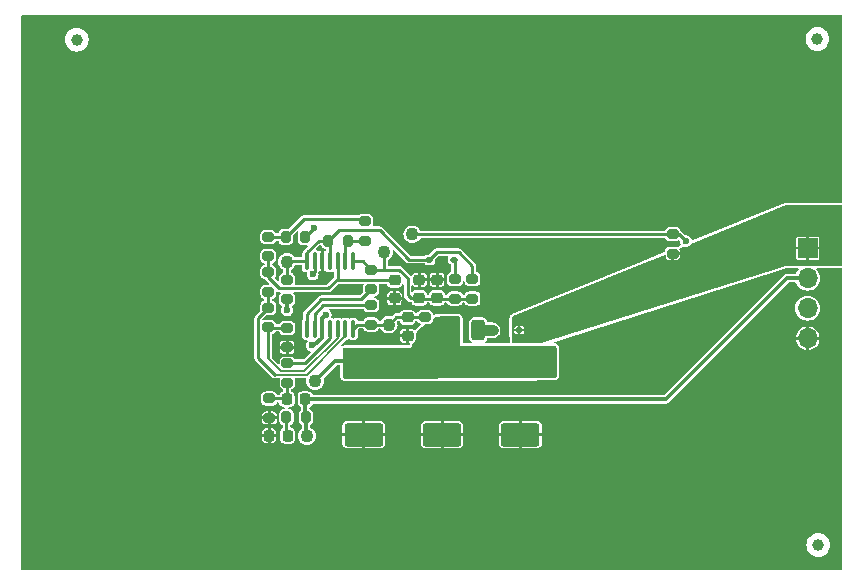
<source format=gbr>
%TF.GenerationSoftware,KiCad,Pcbnew,8.0.4*%
%TF.CreationDate,2024-08-14T23:05:24-07:00*%
%TF.ProjectId,SleepyWoof,536c6565-7079-4576-9f6f-662e6b696361,rev?*%
%TF.SameCoordinates,Original*%
%TF.FileFunction,Copper,L1,Top*%
%TF.FilePolarity,Positive*%
%FSLAX46Y46*%
G04 Gerber Fmt 4.6, Leading zero omitted, Abs format (unit mm)*
G04 Created by KiCad (PCBNEW 8.0.4) date 2024-08-14 23:05:24*
%MOMM*%
%LPD*%
G01*
G04 APERTURE LIST*
G04 Aperture macros list*
%AMRoundRect*
0 Rectangle with rounded corners*
0 $1 Rounding radius*
0 $2 $3 $4 $5 $6 $7 $8 $9 X,Y pos of 4 corners*
0 Add a 4 corners polygon primitive as box body*
4,1,4,$2,$3,$4,$5,$6,$7,$8,$9,$2,$3,0*
0 Add four circle primitives for the rounded corners*
1,1,$1+$1,$2,$3*
1,1,$1+$1,$4,$5*
1,1,$1+$1,$6,$7*
1,1,$1+$1,$8,$9*
0 Add four rect primitives between the rounded corners*
20,1,$1+$1,$2,$3,$4,$5,0*
20,1,$1+$1,$4,$5,$6,$7,0*
20,1,$1+$1,$6,$7,$8,$9,0*
20,1,$1+$1,$8,$9,$2,$3,0*%
G04 Aperture macros list end*
%TA.AperFunction,SMDPad,CuDef*%
%ADD10RoundRect,0.250000X-1.400000X0.750000X-1.400000X-0.750000X1.400000X-0.750000X1.400000X0.750000X0*%
%TD*%
%TA.AperFunction,TestPad*%
%ADD11C,1.100000*%
%TD*%
%TA.AperFunction,SMDPad,CuDef*%
%ADD12RoundRect,0.200000X-0.275000X0.200000X-0.275000X-0.200000X0.275000X-0.200000X0.275000X0.200000X0*%
%TD*%
%TA.AperFunction,SMDPad,CuDef*%
%ADD13C,1.000000*%
%TD*%
%TA.AperFunction,ComponentPad*%
%ADD14R,1.700000X1.700000*%
%TD*%
%TA.AperFunction,ComponentPad*%
%ADD15O,1.700000X1.700000*%
%TD*%
%TA.AperFunction,SMDPad,CuDef*%
%ADD16RoundRect,0.250000X0.312500X0.625000X-0.312500X0.625000X-0.312500X-0.625000X0.312500X-0.625000X0*%
%TD*%
%TA.AperFunction,SMDPad,CuDef*%
%ADD17RoundRect,0.112500X-0.187500X-0.112500X0.187500X-0.112500X0.187500X0.112500X-0.187500X0.112500X0*%
%TD*%
%TA.AperFunction,SMDPad,CuDef*%
%ADD18RoundRect,0.225000X0.250000X-0.225000X0.250000X0.225000X-0.250000X0.225000X-0.250000X-0.225000X0*%
%TD*%
%TA.AperFunction,SMDPad,CuDef*%
%ADD19RoundRect,0.200000X0.275000X-0.200000X0.275000X0.200000X-0.275000X0.200000X-0.275000X-0.200000X0*%
%TD*%
%TA.AperFunction,SMDPad,CuDef*%
%ADD20RoundRect,0.200000X0.200000X0.275000X-0.200000X0.275000X-0.200000X-0.275000X0.200000X-0.275000X0*%
%TD*%
%TA.AperFunction,SMDPad,CuDef*%
%ADD21RoundRect,0.100000X0.100000X-0.637500X0.100000X0.637500X-0.100000X0.637500X-0.100000X-0.637500X0*%
%TD*%
%TA.AperFunction,SMDPad,CuDef*%
%ADD22RoundRect,0.225000X-0.250000X0.225000X-0.250000X-0.225000X0.250000X-0.225000X0.250000X0.225000X0*%
%TD*%
%TA.AperFunction,SMDPad,CuDef*%
%ADD23RoundRect,0.218750X-0.218750X-0.256250X0.218750X-0.256250X0.218750X0.256250X-0.218750X0.256250X0*%
%TD*%
%TA.AperFunction,SMDPad,CuDef*%
%ADD24RoundRect,0.225000X0.225000X0.250000X-0.225000X0.250000X-0.225000X-0.250000X0.225000X-0.250000X0*%
%TD*%
%TA.AperFunction,ViaPad*%
%ADD25C,0.600000*%
%TD*%
%TA.AperFunction,Conductor*%
%ADD26C,0.300000*%
%TD*%
%TA.AperFunction,Conductor*%
%ADD27C,0.228600*%
%TD*%
%TA.AperFunction,Conductor*%
%ADD28C,0.304800*%
%TD*%
%TA.AperFunction,Conductor*%
%ADD29C,0.254000*%
%TD*%
%TA.AperFunction,Conductor*%
%ADD30C,0.900000*%
%TD*%
%TA.AperFunction,Conductor*%
%ADD31C,0.150000*%
%TD*%
G04 APERTURE END LIST*
D10*
%TO.P,C3,1*%
%TO.N,/WDT-VIN*%
X188160000Y-107572500D03*
%TO.P,C3,2*%
%TO.N,GND*%
X188160000Y-113772500D03*
%TD*%
%TO.P,C2,1*%
%TO.N,/WDT-VIN*%
X181525000Y-107572500D03*
%TO.P,C2,2*%
%TO.N,GND*%
X181525000Y-113772500D03*
%TD*%
%TO.P,C1,1*%
%TO.N,/WDT-VIN*%
X174890000Y-107572500D03*
%TO.P,C1,2*%
%TO.N,GND*%
X174890000Y-113772500D03*
%TD*%
D11*
%TO.P,TP5,1,1*%
%TO.N,Net-(U1D-+)*%
X168405000Y-99135000D03*
%TD*%
D12*
%TO.P,R10,1*%
%TO.N,Net-(R10-Pad1)*%
X175530000Y-102810000D03*
%TO.P,R10,2*%
%TO.N,Net-(U1B-+)*%
X175530000Y-104460000D03*
%TD*%
D11*
%TO.P,TP6,1,1*%
%TO.N,WDT_OUT*%
X179017500Y-96835000D03*
%TD*%
D13*
%TO.P,FID3,*%
%TO.N,*%
X213370000Y-123120000D03*
%TD*%
D12*
%TO.P,R14,1*%
%TO.N,Net-(D3-Pad2)*%
X182605000Y-100610000D03*
%TO.P,R14,2*%
%TO.N,Net-(U1C--)*%
X182605000Y-102260000D03*
%TD*%
D14*
%TO.P,J1,1,Pin_1*%
%TO.N,VBATT*%
X212480000Y-98000000D03*
D15*
%TO.P,J1,2,Pin_2*%
%TO.N,PET_WDT*%
X212480000Y-100540000D03*
%TO.P,J1,3,Pin_3*%
%TO.N,WDT_OUT*%
X212480000Y-103080000D03*
%TO.P,J1,4,Pin_4*%
%TO.N,GND*%
X212480000Y-105620000D03*
%TD*%
D16*
%TO.P,R1,1*%
%TO.N,Net-(D1-Pad1)*%
X184580000Y-104935000D03*
%TO.P,R1,2*%
%TO.N,/WDT-VIN*%
X181655000Y-104935000D03*
%TD*%
D12*
%TO.P,R17,1*%
%TO.N,Net-(U1D-+)*%
X168400000Y-100675000D03*
%TO.P,R17,2*%
%TO.N,/WDT-VIN*%
X168400000Y-102325000D03*
%TD*%
D17*
%TO.P,D1,1,1*%
%TO.N,Net-(D1-Pad1)*%
X185967500Y-104935000D03*
%TO.P,D1,2,2*%
%TO.N,VBATT*%
X188067500Y-104935000D03*
%TD*%
D13*
%TO.P,FID1,*%
%TO.N,*%
X150600000Y-80350000D03*
%TD*%
D12*
%TO.P,R16,1*%
%TO.N,Net-(U1D-+)*%
X184105000Y-100610000D03*
%TO.P,R16,2*%
%TO.N,Net-(U1C--)*%
X184105000Y-102260000D03*
%TD*%
D18*
%TO.P,C8,1*%
%TO.N,GND*%
X177505000Y-102235000D03*
%TO.P,C8,2*%
%TO.N,Net-(U1D--)*%
X177505000Y-100685000D03*
%TD*%
D11*
%TO.P,TP3,1,1*%
%TO.N,Net-(U1B-+)*%
X177005000Y-104460000D03*
%TD*%
D19*
%TO.P,R9,1*%
%TO.N,Net-(C4-Pad2)*%
X168417500Y-109385000D03*
%TO.P,R9,2*%
%TO.N,Net-(U1A--)*%
X168417500Y-107735000D03*
%TD*%
D12*
%TO.P,R5,1*%
%TO.N,Net-(U1B--)*%
X166817500Y-103035000D03*
%TO.P,R5,2*%
%TO.N,/WDT-VP*%
X166817500Y-104685000D03*
%TD*%
%TO.P,R6,1*%
%TO.N,/WDT-VP*%
X168405000Y-104735000D03*
%TO.P,R6,2*%
%TO.N,GND*%
X168405000Y-106385000D03*
%TD*%
D17*
%TO.P,D3,1,1*%
%TO.N,Net-(U1D-+)*%
X180455000Y-98960000D03*
%TO.P,D3,2,2*%
%TO.N,Net-(D3-Pad2)*%
X182555000Y-98960000D03*
%TD*%
D11*
%TO.P,TP2,1,1*%
%TO.N,PET_WDT*%
X170080000Y-113897500D03*
%TD*%
D13*
%TO.P,FID2,*%
%TO.N,*%
X213310000Y-80280000D03*
%TD*%
D20*
%TO.P,R2,1*%
%TO.N,/WDT-VIN*%
X169930000Y-97060000D03*
%TO.P,R2,2*%
%TO.N,Net-(R13-Pad2)*%
X168280000Y-97060000D03*
%TD*%
D19*
%TO.P,R13,1*%
%TO.N,Net-(U1C-+)*%
X175005000Y-97360000D03*
%TO.P,R13,2*%
%TO.N,Net-(R13-Pad2)*%
X175005000Y-95710000D03*
%TD*%
D21*
%TO.P,U1,1*%
%TO.N,Net-(R12-Pad1)*%
X170080000Y-104822500D03*
%TO.P,U1,2*%
%TO.N,Net-(R10-Pad1)*%
X170730000Y-104822500D03*
%TO.P,U1,3,V+*%
%TO.N,/WDT-VIN*%
X171380000Y-104822500D03*
%TO.P,U1,4,-*%
%TO.N,Net-(U1A--)*%
X172030000Y-104822500D03*
%TO.P,U1,5,+*%
%TO.N,/WDT-VP*%
X172680000Y-104822500D03*
%TO.P,U1,6,-*%
%TO.N,Net-(U1B--)*%
X173330000Y-104822500D03*
%TO.P,U1,7,+*%
%TO.N,Net-(U1B-+)*%
X173980000Y-104822500D03*
%TO.P,U1,8,-*%
%TO.N,Net-(U1C--)*%
X173980000Y-99097500D03*
%TO.P,U1,9,+*%
%TO.N,Net-(U1C-+)*%
X173330000Y-99097500D03*
%TO.P,U1,10,-*%
%TO.N,Net-(U1D--)*%
X172680000Y-99097500D03*
%TO.P,U1,11,+*%
%TO.N,Net-(U1D-+)*%
X172030000Y-99097500D03*
%TO.P,U1,12,V-*%
%TO.N,GND*%
X171380000Y-99097500D03*
%TO.P,U1,13*%
%TO.N,WDT_OUT*%
X170730000Y-99097500D03*
%TO.P,U1,14*%
%TO.N,Net-(U1D-+)*%
X170080000Y-99097500D03*
%TD*%
D22*
%TO.P,C7,1*%
%TO.N,GND*%
X179605000Y-100660000D03*
%TO.P,C7,2*%
%TO.N,Net-(U1C--)*%
X179605000Y-102210000D03*
%TD*%
D23*
%TO.P,D2,1,K*%
%TO.N,GND*%
X166882500Y-113860000D03*
%TO.P,D2,2,A*%
%TO.N,Net-(D2-A)*%
X168457500Y-113860000D03*
%TD*%
D19*
%TO.P,R11,1*%
%TO.N,/WDT-VIN*%
X180080000Y-105460000D03*
%TO.P,R11,2*%
%TO.N,Net-(U1B-+)*%
X180080000Y-103810000D03*
%TD*%
D22*
%TO.P,C6,1*%
%TO.N,GND*%
X181105000Y-100660000D03*
%TO.P,C6,2*%
%TO.N,Net-(U1C--)*%
X181105000Y-102210000D03*
%TD*%
D19*
%TO.P,R12,1*%
%TO.N,Net-(R12-Pad1)*%
X175530000Y-101460000D03*
%TO.P,R12,2*%
%TO.N,Net-(U1C--)*%
X175530000Y-99810000D03*
%TD*%
D12*
%TO.P,R8,1*%
%TO.N,Net-(C4-Pad2)*%
X166900000Y-110720000D03*
%TO.P,R8,2*%
%TO.N,GND*%
X166900000Y-112370000D03*
%TD*%
D11*
%TO.P,TP4,1,1*%
%TO.N,Net-(U1C--)*%
X176605000Y-98360000D03*
%TD*%
D12*
%TO.P,R4,1*%
%TO.N,Net-(U1D--)*%
X166817500Y-100035000D03*
%TO.P,R4,2*%
%TO.N,Net-(U1B--)*%
X166817500Y-101685000D03*
%TD*%
D24*
%TO.P,C4,1*%
%TO.N,PET_WDT*%
X169942500Y-110800000D03*
%TO.P,C4,2*%
%TO.N,Net-(C4-Pad2)*%
X168392500Y-110800000D03*
%TD*%
D20*
%TO.P,R15,1*%
%TO.N,Net-(U1C-+)*%
X173530000Y-97360000D03*
%TO.P,R15,2*%
%TO.N,Net-(U1D-+)*%
X171880000Y-97360000D03*
%TD*%
D12*
%TO.P,R3,1*%
%TO.N,Net-(R13-Pad2)*%
X166817500Y-97035000D03*
%TO.P,R3,2*%
%TO.N,Net-(U1D--)*%
X166817500Y-98685000D03*
%TD*%
D20*
%TO.P,R7,1*%
%TO.N,PET_WDT*%
X170005000Y-112300000D03*
%TO.P,R7,2*%
%TO.N,Net-(D2-A)*%
X168355000Y-112300000D03*
%TD*%
D12*
%TO.P,R18,1*%
%TO.N,WDT_OUT*%
X201050000Y-96805000D03*
%TO.P,R18,2*%
%TO.N,VBATT*%
X201050000Y-98455000D03*
%TD*%
D18*
%TO.P,C5,1*%
%TO.N,GND*%
X178605000Y-105410000D03*
%TO.P,C5,2*%
%TO.N,Net-(U1B-+)*%
X178605000Y-103860000D03*
%TD*%
D11*
%TO.P,TP1,1,1*%
%TO.N,/WDT-VIN*%
X170780000Y-109280000D03*
%TD*%
D25*
%TO.N,GND*%
X171450000Y-94742000D03*
X176920000Y-105544000D03*
X174498000Y-115443000D03*
X172950000Y-101690000D03*
X179324000Y-115443000D03*
X163840000Y-104810000D03*
X184150000Y-115443000D03*
X163800000Y-102980000D03*
X173872000Y-101480000D03*
X163780000Y-101220000D03*
X179578000Y-99695000D03*
X171332000Y-100718000D03*
X165887400Y-112369600D03*
X163730000Y-99480000D03*
X172033727Y-100334998D03*
X169418000Y-106426000D03*
X173786800Y-103454200D03*
X175142000Y-105544000D03*
X181102000Y-99695000D03*
X165785800Y-113842800D03*
X178308000Y-102743000D03*
X169554000Y-109608000D03*
%TO.N,/WDT-VIN*%
X185450000Y-107000000D03*
X170498733Y-106234733D03*
X178860000Y-107100000D03*
X170670000Y-96285000D03*
X184240000Y-108130000D03*
X168410000Y-103250000D03*
X177540000Y-107710000D03*
X171678647Y-103638127D03*
%TO.N,WDT_OUT*%
X170570000Y-100210000D03*
X202170000Y-97390000D03*
%TD*%
D26*
%TO.N,/WDT-VIN*%
X174890000Y-107560000D02*
X172500000Y-107560000D01*
X172500000Y-107560000D02*
X170780000Y-109280000D01*
D27*
%TO.N,Net-(U1A--)*%
X168417500Y-107735000D02*
X169923411Y-107735000D01*
X169923411Y-107735000D02*
X172030000Y-105628411D01*
X172030000Y-105628411D02*
X172030000Y-104822500D01*
D28*
%TO.N,/WDT-VIN*%
X168400000Y-103240000D02*
X168400000Y-102325000D01*
D27*
X169930000Y-97025000D02*
X169930000Y-97060000D01*
D28*
X170705265Y-106234733D02*
X171380000Y-105559998D01*
X168410000Y-103250000D02*
X168400000Y-103240000D01*
X171380000Y-105559998D02*
X171380000Y-104822500D01*
D27*
X170670000Y-96285000D02*
X169930000Y-97025000D01*
D28*
X171380000Y-104822500D02*
X171380000Y-103936774D01*
X170498733Y-106234733D02*
X170705265Y-106234733D01*
X171380000Y-103936774D02*
X171678647Y-103638127D01*
D29*
%TO.N,Net-(C4-Pad2)*%
X166900000Y-110720000D02*
X168312500Y-110720000D01*
X168417500Y-110775000D02*
X168392500Y-110800000D01*
X168312500Y-110720000D02*
X168392500Y-110800000D01*
X168417500Y-109385000D02*
X168417500Y-110775000D01*
D28*
%TO.N,PET_WDT*%
X169942500Y-110800000D02*
X200477000Y-110800000D01*
X210737000Y-100540000D02*
X212480000Y-100540000D01*
X170005000Y-112300000D02*
X170005000Y-113822500D01*
X169942500Y-110800000D02*
X169942500Y-112237500D01*
X200477000Y-110800000D02*
X210737000Y-100540000D01*
X170005000Y-113822500D02*
X170080000Y-113897500D01*
X169942500Y-112237500D02*
X170005000Y-112300000D01*
D29*
%TO.N,Net-(U1B-+)*%
X177655000Y-103810000D02*
X177005000Y-104460000D01*
X180080000Y-103810000D02*
X177655000Y-103810000D01*
X177005000Y-104460000D02*
X174342500Y-104460000D01*
X174342500Y-104460000D02*
X173980000Y-104822500D01*
%TO.N,Net-(U1C--)*%
X184105000Y-102260000D02*
X179655000Y-102260000D01*
X178610000Y-101960000D02*
X178610000Y-100528120D01*
X179605000Y-102210000D02*
X178860000Y-102210000D01*
X178860000Y-102210000D02*
X178610000Y-101960000D01*
X179655000Y-102260000D02*
X179605000Y-102210000D01*
X178610000Y-100528120D02*
X177891880Y-99810000D01*
X176605000Y-98360000D02*
X176605000Y-99805000D01*
X177891880Y-99810000D02*
X176600000Y-99810000D01*
X176600000Y-99810000D02*
X175530000Y-99810000D01*
X175530000Y-99810000D02*
X174817500Y-99097500D01*
X174817500Y-99097500D02*
X173980000Y-99097500D01*
X176605000Y-99805000D02*
X176600000Y-99810000D01*
D27*
%TO.N,Net-(U1D--)*%
X177505000Y-100685000D02*
X172732671Y-100685000D01*
X172732671Y-100685000D02*
X172680000Y-100632329D01*
X167760000Y-101400000D02*
X171912329Y-101400000D01*
X166817500Y-100457500D02*
X167760000Y-101400000D01*
X171912329Y-101400000D02*
X172680000Y-100632329D01*
X166817500Y-100035000D02*
X166817500Y-98685000D01*
X172680000Y-100632329D02*
X172680000Y-100501898D01*
X172680000Y-100501898D02*
X172680000Y-99097500D01*
X166817500Y-100035000D02*
X166817500Y-100457500D01*
D30*
%TO.N,Net-(D1-Pad1)*%
X185801000Y-104935000D02*
X184580000Y-104935000D01*
D29*
%TO.N,Net-(D2-A)*%
X168355000Y-113757500D02*
X168457500Y-113860000D01*
X168355000Y-112300000D02*
X168355000Y-113757500D01*
D27*
%TO.N,Net-(U1D-+)*%
X170080000Y-98360001D02*
X171080001Y-97360000D01*
X172766184Y-96473816D02*
X171880000Y-97360000D01*
X180455000Y-98960000D02*
X178741400Y-98960000D01*
X170080000Y-99097500D02*
X170080000Y-98360001D01*
X181080531Y-98334469D02*
X180455000Y-98960000D01*
X184105000Y-100610000D02*
X184105000Y-99500507D01*
X168442500Y-99097500D02*
X168405000Y-99135000D01*
X168400000Y-100675000D02*
X168400000Y-99140000D01*
X168400000Y-99140000D02*
X168405000Y-99135000D01*
X172030000Y-99097500D02*
X172030000Y-97510000D01*
X178741400Y-98960000D02*
X176255216Y-96473816D01*
X184105000Y-99500507D02*
X182938962Y-98334469D01*
X182938962Y-98334469D02*
X181080531Y-98334469D01*
X176255216Y-96473816D02*
X172766184Y-96473816D01*
X171080001Y-97360000D02*
X171880000Y-97360000D01*
X172030000Y-97510000D02*
X171880000Y-97360000D01*
X170080000Y-99097500D02*
X168442500Y-99097500D01*
%TO.N,Net-(D3-Pad2)*%
X182605000Y-100610000D02*
X182605000Y-99010000D01*
X182605000Y-99010000D02*
X182555000Y-98960000D01*
%TO.N,Net-(R13-Pad2)*%
X174824400Y-95529400D02*
X175005000Y-95710000D01*
X168255000Y-97035000D02*
X168280000Y-97060000D01*
X166817500Y-97035000D02*
X168255000Y-97035000D01*
X168280000Y-97060000D02*
X169810600Y-95529400D01*
X169810600Y-95529400D02*
X174824400Y-95529400D01*
%TO.N,Net-(U1B--)*%
X166817500Y-101685000D02*
X166817500Y-103035000D01*
%TO.N,/WDT-VP*%
X166817500Y-107308276D02*
X166817500Y-104685000D01*
X166895000Y-104685000D02*
X166945000Y-104735000D01*
X166817500Y-104685000D02*
X166895000Y-104685000D01*
D31*
X172680000Y-104822500D02*
X172680000Y-105559999D01*
X167872904Y-108363680D02*
X166817500Y-107308276D01*
D27*
X166945000Y-104735000D02*
X168405000Y-104735000D01*
D31*
X172680000Y-105559999D02*
X169876319Y-108363680D01*
X169876319Y-108363680D02*
X167872904Y-108363680D01*
D27*
%TO.N,Net-(R10-Pad1)*%
X170730000Y-103560039D02*
X171480699Y-102809340D01*
X170730000Y-104822500D02*
X170730000Y-103560039D01*
X175529340Y-102809340D02*
X175530000Y-102810000D01*
X171480699Y-102809340D02*
X175529340Y-102809340D01*
%TO.N,Net-(R12-Pad1)*%
X174682786Y-102307214D02*
X175530000Y-101460000D01*
X171300248Y-102307214D02*
X174682786Y-102307214D01*
X170080000Y-104822500D02*
X170080000Y-103527462D01*
X170080000Y-103527462D02*
X171300248Y-102307214D01*
%TO.N,Net-(U1C-+)*%
X173330000Y-99097500D02*
X173330000Y-97560000D01*
X175005000Y-97360000D02*
X173530000Y-97360000D01*
X173330000Y-97560000D02*
X173530000Y-97360000D01*
%TO.N,WDT_OUT*%
X201005000Y-96835000D02*
X201060000Y-96780000D01*
X201585000Y-96805000D02*
X201050000Y-96805000D01*
X202170000Y-97390000D02*
X201585000Y-96805000D01*
X170730000Y-100050000D02*
X170730000Y-99097500D01*
X179017500Y-96835000D02*
X201005000Y-96835000D01*
X170570000Y-100210000D02*
X170730000Y-100050000D01*
X179087500Y-96765000D02*
X179017500Y-96835000D01*
%TO.N,Net-(U1B--)*%
X166817500Y-103035000D02*
X165942688Y-103909812D01*
X165942688Y-103909812D02*
X165942688Y-107262688D01*
X165942688Y-107262688D02*
X167380000Y-108700000D01*
D31*
X167380000Y-108700000D02*
X167394042Y-108714042D01*
X173155000Y-105610000D02*
X173330000Y-105435000D01*
X167394042Y-108714042D02*
X170059060Y-108714042D01*
X170059060Y-108714042D02*
X173155000Y-105618102D01*
X173155000Y-105618102D02*
X173155000Y-105610000D01*
X173330000Y-105435000D02*
X173330000Y-104822500D01*
%TD*%
%TA.AperFunction,Conductor*%
%TO.N,VBATT*%
G36*
X210815504Y-94340493D02*
G01*
X215327216Y-94355786D01*
X215371344Y-94374241D01*
X215389500Y-94418285D01*
X215389500Y-99419621D01*
X215371194Y-99463815D01*
X215327106Y-99482121D01*
X212508389Y-99486899D01*
X212502160Y-99486598D01*
X212480004Y-99484417D01*
X212479999Y-99484417D01*
X212456848Y-99486697D01*
X212450828Y-99486998D01*
X210710673Y-99489947D01*
X210710659Y-99489948D01*
X210680000Y-99490000D01*
X210650772Y-99499233D01*
X210650747Y-99499240D01*
X189938034Y-106043200D01*
X189919282Y-106046104D01*
X187521610Y-106049043D01*
X187477393Y-106030791D01*
X187461227Y-106002956D01*
X187449223Y-105958844D01*
X187447032Y-105942735D01*
X187442960Y-105071088D01*
X187640500Y-105071088D01*
X187654395Y-105140947D01*
X187654396Y-105140949D01*
X187707330Y-105220169D01*
X187786550Y-105273103D01*
X187786552Y-105273104D01*
X187856411Y-105286999D01*
X187856412Y-105287000D01*
X187967500Y-105287000D01*
X188167500Y-105287000D01*
X188278588Y-105287000D01*
X188278588Y-105286999D01*
X188348447Y-105273104D01*
X188348449Y-105273103D01*
X188427669Y-105220169D01*
X188480603Y-105140949D01*
X188480604Y-105140947D01*
X188494499Y-105071088D01*
X188494500Y-105071088D01*
X188494500Y-105035000D01*
X188167500Y-105035000D01*
X188167500Y-105287000D01*
X187967500Y-105287000D01*
X187967500Y-105035000D01*
X187640500Y-105035000D01*
X187640500Y-105071088D01*
X187442960Y-105071088D01*
X187441688Y-104798911D01*
X187640500Y-104798911D01*
X187640500Y-104835000D01*
X187967500Y-104835000D01*
X188167500Y-104835000D01*
X188494500Y-104835000D01*
X188494500Y-104798912D01*
X188494499Y-104798911D01*
X188480604Y-104729052D01*
X188480603Y-104729050D01*
X188427669Y-104649830D01*
X188348449Y-104596896D01*
X188348447Y-104596895D01*
X188278588Y-104583000D01*
X188167500Y-104583000D01*
X188167500Y-104835000D01*
X187967500Y-104835000D01*
X187967500Y-104583000D01*
X187856412Y-104583000D01*
X187786552Y-104596895D01*
X187786550Y-104596896D01*
X187707330Y-104649830D01*
X187654396Y-104729050D01*
X187654395Y-104729052D01*
X187640500Y-104798911D01*
X187441688Y-104798911D01*
X187437697Y-103944846D01*
X187438860Y-103932550D01*
X187450390Y-103873685D01*
X187459776Y-103850952D01*
X187489604Y-103806371D01*
X187507036Y-103789021D01*
X187557043Y-103755905D01*
X187567970Y-103750135D01*
X198003988Y-99499239D01*
X200361926Y-98538781D01*
X200409757Y-98539062D01*
X200443382Y-98573086D01*
X200448000Y-98596662D01*
X200448000Y-98693311D01*
X200448001Y-98693313D01*
X200454270Y-98740942D01*
X200503005Y-98845454D01*
X200584545Y-98926994D01*
X200689060Y-98975731D01*
X200736678Y-98981999D01*
X200949999Y-98981999D01*
X201150000Y-98981999D01*
X201363312Y-98981999D01*
X201363313Y-98981998D01*
X201410942Y-98975729D01*
X201515454Y-98926994D01*
X201515455Y-98926994D01*
X201579942Y-98862507D01*
X211502999Y-98862507D01*
X211510369Y-98899553D01*
X211510369Y-98899554D01*
X211538438Y-98941561D01*
X211580446Y-98969630D01*
X211617493Y-98977000D01*
X212380000Y-98977000D01*
X212380000Y-98490842D01*
X212414174Y-98500000D01*
X212545826Y-98500000D01*
X212580000Y-98490842D01*
X212580000Y-98977000D01*
X213342507Y-98977000D01*
X213379553Y-98969630D01*
X213379554Y-98969630D01*
X213421561Y-98941561D01*
X213449630Y-98899554D01*
X213449630Y-98899553D01*
X213457000Y-98862507D01*
X213457000Y-98100000D01*
X212970843Y-98100000D01*
X212980000Y-98065826D01*
X212980000Y-97934174D01*
X212970843Y-97900000D01*
X213457000Y-97900000D01*
X213457000Y-97137492D01*
X213449630Y-97100446D01*
X213449630Y-97100445D01*
X213421561Y-97058438D01*
X213379553Y-97030369D01*
X213342507Y-97023000D01*
X212580000Y-97023000D01*
X212580000Y-97509157D01*
X212545826Y-97500000D01*
X212414174Y-97500000D01*
X212380000Y-97509157D01*
X212380000Y-97023000D01*
X211617493Y-97023000D01*
X211580446Y-97030369D01*
X211580445Y-97030369D01*
X211538438Y-97058438D01*
X211510369Y-97100445D01*
X211510369Y-97100446D01*
X211503000Y-97137492D01*
X211503000Y-97900000D01*
X211989157Y-97900000D01*
X211980000Y-97934174D01*
X211980000Y-98065826D01*
X211989157Y-98100000D01*
X211503000Y-98100000D01*
X211503000Y-98862507D01*
X211502999Y-98862507D01*
X201579942Y-98862507D01*
X201596994Y-98845455D01*
X201596994Y-98845454D01*
X201645731Y-98740939D01*
X201651999Y-98693327D01*
X201652000Y-98693314D01*
X201652000Y-98555000D01*
X201150000Y-98555000D01*
X201150000Y-98981999D01*
X200949999Y-98981999D01*
X200950000Y-98981998D01*
X200950000Y-98417500D01*
X200968306Y-98373306D01*
X201012500Y-98355000D01*
X201651999Y-98355000D01*
X201651999Y-98216688D01*
X201651998Y-98216686D01*
X201645729Y-98169057D01*
X201613446Y-98099826D01*
X201611359Y-98052036D01*
X201643676Y-98016768D01*
X201646469Y-98015548D01*
X201993803Y-97874069D01*
X202034979Y-97871984D01*
X202088239Y-97887622D01*
X202098038Y-97890500D01*
X202098039Y-97890500D01*
X202241962Y-97890500D01*
X202241962Y-97890499D01*
X202380053Y-97849953D01*
X202501128Y-97772143D01*
X202595377Y-97663373D01*
X202604341Y-97643743D01*
X202637614Y-97611826D01*
X210630574Y-94356058D01*
X210636310Y-94354041D01*
X210664884Y-94345538D01*
X210676820Y-94343222D01*
X210706486Y-94340420D01*
X210712561Y-94340144D01*
X210815504Y-94340493D01*
G37*
%TD.AperFunction*%
%TD*%
%TA.AperFunction,Conductor*%
%TO.N,/WDT-VIN*%
G36*
X182872240Y-103755069D02*
G01*
X182931451Y-103765804D01*
X182954390Y-103774917D01*
X182999490Y-103804267D01*
X183017112Y-103821550D01*
X183047332Y-103866073D01*
X183056888Y-103888831D01*
X183068769Y-103947810D01*
X183070000Y-103960152D01*
X183070000Y-106260000D01*
X183270242Y-106259754D01*
X183270245Y-106259755D01*
X187150000Y-106255000D01*
X191023599Y-106250252D01*
X191035797Y-106251439D01*
X191094163Y-106262985D01*
X191116717Y-106272303D01*
X191160986Y-106301834D01*
X191178253Y-106319080D01*
X191207834Y-106363308D01*
X191217180Y-106385851D01*
X191228797Y-106444201D01*
X191230000Y-106456405D01*
X191230000Y-108782451D01*
X191227879Y-108798595D01*
X191207630Y-108874328D01*
X191191518Y-108902305D01*
X191142178Y-108951808D01*
X191114254Y-108968012D01*
X191038586Y-108988512D01*
X191022450Y-108990687D01*
X190094401Y-108993760D01*
X188932240Y-108997608D01*
X173316823Y-109049314D01*
X173304605Y-109048149D01*
X173246149Y-109036697D01*
X173223549Y-109027401D01*
X173179185Y-108997890D01*
X173161878Y-108980641D01*
X173132220Y-108936373D01*
X173122852Y-108913808D01*
X173111206Y-108855386D01*
X173110000Y-108843167D01*
X173110000Y-106626488D01*
X173111203Y-106614283D01*
X173122825Y-106555912D01*
X173132173Y-106533371D01*
X173161775Y-106489129D01*
X173179045Y-106471887D01*
X173202267Y-106456405D01*
X173223335Y-106442359D01*
X173245899Y-106433045D01*
X173304277Y-106421519D01*
X173316483Y-106420335D01*
X176517116Y-106425532D01*
X178761903Y-106429177D01*
X178761903Y-106429176D01*
X178899359Y-106429400D01*
X179053710Y-106029239D01*
X179083646Y-105996048D01*
X179108220Y-105983528D01*
X179203528Y-105888220D01*
X179264719Y-105768126D01*
X179280500Y-105668488D01*
X179280500Y-105452918D01*
X179284687Y-105430427D01*
X179447851Y-105007421D01*
X179451530Y-104999560D01*
X179472144Y-104962484D01*
X179482590Y-104948646D01*
X179512617Y-104918652D01*
X179519151Y-104912976D01*
X180169536Y-104423076D01*
X180207138Y-104410499D01*
X180386518Y-104410499D01*
X180480304Y-104395646D01*
X180593342Y-104338050D01*
X180683050Y-104248342D01*
X180740646Y-104135304D01*
X180755500Y-104041519D01*
X180755499Y-104012868D01*
X180773803Y-103968676D01*
X180780382Y-103962958D01*
X180954371Y-103831902D01*
X180962599Y-103826658D01*
X181004631Y-103804290D01*
X181023043Y-103797932D01*
X181069917Y-103789598D01*
X181079624Y-103788647D01*
X181634540Y-103777873D01*
X182859896Y-103754079D01*
X182872240Y-103755069D01*
G37*
%TD.AperFunction*%
%TD*%
%TA.AperFunction,Conductor*%
%TO.N,GND*%
G36*
X215362638Y-78278093D02*
G01*
X215388358Y-78322642D01*
X215389500Y-78335700D01*
X215389500Y-94075040D01*
X215371907Y-94123378D01*
X215327358Y-94149098D01*
X215314045Y-94150239D01*
X210816201Y-94134994D01*
X210713258Y-94134645D01*
X210713253Y-94134645D01*
X210713229Y-94134645D01*
X210703262Y-94134855D01*
X210703245Y-94134855D01*
X210703234Y-94134856D01*
X210700819Y-94134965D01*
X210697150Y-94135132D01*
X210687157Y-94135831D01*
X210657492Y-94138633D01*
X210637679Y-94141484D01*
X210637663Y-94141486D01*
X210625750Y-94143798D01*
X210606266Y-94148575D01*
X210577685Y-94157080D01*
X210568149Y-94160174D01*
X210562376Y-94162203D01*
X210553070Y-94165733D01*
X202762642Y-97339002D01*
X202711239Y-97340943D01*
X202670614Y-97309389D01*
X202659840Y-97280063D01*
X202655165Y-97247543D01*
X202653247Y-97243344D01*
X202595377Y-97116627D01*
X202595375Y-97116624D01*
X202501127Y-97007856D01*
X202501125Y-97007855D01*
X202426183Y-96959693D01*
X202380053Y-96930047D01*
X202380052Y-96930046D01*
X202241963Y-96889500D01*
X202241961Y-96889500D01*
X202145843Y-96889500D01*
X202097505Y-96871907D01*
X202092679Y-96867484D01*
X201778292Y-96553097D01*
X201747694Y-96535431D01*
X201714631Y-96496026D01*
X201711021Y-96482064D01*
X201710646Y-96479697D01*
X201710646Y-96479696D01*
X201653050Y-96366658D01*
X201653049Y-96366657D01*
X201653048Y-96366655D01*
X201563344Y-96276951D01*
X201450304Y-96219354D01*
X201450306Y-96219354D01*
X201403411Y-96211927D01*
X201356519Y-96204500D01*
X201356517Y-96204500D01*
X200743487Y-96204500D01*
X200743475Y-96204501D01*
X200649698Y-96219352D01*
X200536655Y-96276951D01*
X200446951Y-96366655D01*
X200446948Y-96366659D01*
X200389636Y-96479140D01*
X200352016Y-96514222D01*
X200322633Y-96520200D01*
X179747617Y-96520200D01*
X179699279Y-96502607D01*
X179683943Y-96485009D01*
X179680605Y-96479697D01*
X179607977Y-96364110D01*
X179607976Y-96364109D01*
X179607975Y-96364107D01*
X179488392Y-96244524D01*
X179448331Y-96219352D01*
X179345190Y-96154544D01*
X179310893Y-96142543D01*
X179185564Y-96098688D01*
X179185556Y-96098686D01*
X179017501Y-96079751D01*
X179017499Y-96079751D01*
X178849443Y-96098686D01*
X178849435Y-96098688D01*
X178689812Y-96154543D01*
X178546607Y-96244524D01*
X178427024Y-96364107D01*
X178373460Y-96449354D01*
X178354395Y-96479697D01*
X178337043Y-96507312D01*
X178281188Y-96666935D01*
X178281186Y-96666943D01*
X178262251Y-96834999D01*
X178262251Y-96835000D01*
X178281186Y-97003056D01*
X178281188Y-97003064D01*
X178303438Y-97066650D01*
X178337044Y-97162690D01*
X178387723Y-97243344D01*
X178427024Y-97305892D01*
X178546607Y-97425475D01*
X178546609Y-97425476D01*
X178546610Y-97425477D01*
X178689810Y-97515456D01*
X178849441Y-97571313D01*
X178961480Y-97583937D01*
X179017499Y-97590249D01*
X179017500Y-97590249D01*
X179017501Y-97590249D01*
X179059514Y-97585515D01*
X179185559Y-97571313D01*
X179345190Y-97515456D01*
X179488390Y-97425477D01*
X179607977Y-97305890D01*
X179683943Y-97184990D01*
X179724557Y-97153423D01*
X179747617Y-97149800D01*
X200353205Y-97149800D01*
X200401543Y-97167393D01*
X200420209Y-97190860D01*
X200446951Y-97243344D01*
X200536655Y-97333048D01*
X200536657Y-97333049D01*
X200536658Y-97333050D01*
X200649694Y-97390645D01*
X200649696Y-97390646D01*
X200743481Y-97405500D01*
X201356518Y-97405499D01*
X201361760Y-97404668D01*
X201450303Y-97390647D01*
X201556206Y-97336686D01*
X201607263Y-97330416D01*
X201650404Y-97358432D01*
X201664782Y-97392987D01*
X201684835Y-97532460D01*
X201684836Y-97532462D01*
X201746826Y-97668199D01*
X201750903Y-97719477D01*
X201721065Y-97761378D01*
X201706790Y-97769082D01*
X201568959Y-97825225D01*
X201564234Y-97827219D01*
X201561414Y-97828451D01*
X201518206Y-97859326D01*
X201468648Y-97873114D01*
X201451255Y-97869663D01*
X201450304Y-97869354D01*
X201450291Y-97869352D01*
X201356519Y-97854500D01*
X201356517Y-97854500D01*
X200743487Y-97854500D01*
X200743475Y-97854501D01*
X200649698Y-97869352D01*
X200536655Y-97926951D01*
X200446951Y-98016655D01*
X200389354Y-98129694D01*
X200374500Y-98223478D01*
X200374500Y-98269007D01*
X200356907Y-98317345D01*
X200313536Y-98342847D01*
X200284408Y-98348462D01*
X200284398Y-98348465D01*
X197926466Y-99308922D01*
X187490457Y-103559813D01*
X187490427Y-103559827D01*
X187472023Y-103568408D01*
X187461060Y-103574197D01*
X187443595Y-103584558D01*
X187443549Y-103584586D01*
X187393576Y-103617680D01*
X187362066Y-103643370D01*
X187362062Y-103643374D01*
X187344644Y-103660709D01*
X187344637Y-103660717D01*
X187318814Y-103692088D01*
X187318811Y-103692091D01*
X187318808Y-103692096D01*
X187289886Y-103735323D01*
X187288976Y-103736683D01*
X187269827Y-103772529D01*
X187269822Y-103772539D01*
X187260448Y-103795245D01*
X187260437Y-103795277D01*
X187248723Y-103834177D01*
X187248720Y-103834189D01*
X187237191Y-103893052D01*
X187237187Y-103893075D01*
X187234274Y-103913188D01*
X187234273Y-103913189D01*
X187233303Y-103923445D01*
X187233110Y-103925495D01*
X187232471Y-103939755D01*
X187232198Y-103945831D01*
X187236190Y-104799871D01*
X187237462Y-105072048D01*
X187241534Y-105943702D01*
X187243308Y-105969022D01*
X187229136Y-106018471D01*
X187186494Y-106047241D01*
X187168385Y-106049477D01*
X187149748Y-106049500D01*
X187149747Y-106049500D01*
X185213304Y-106051873D01*
X185164945Y-106034339D01*
X185139171Y-105989822D01*
X185148041Y-105939153D01*
X185168554Y-105916169D01*
X185214650Y-105882150D01*
X185295293Y-105772882D01*
X185340146Y-105644699D01*
X185340146Y-105644691D01*
X185340157Y-105644647D01*
X185340172Y-105644622D01*
X185341657Y-105640380D01*
X185342639Y-105640723D01*
X185367664Y-105601179D01*
X185413624Y-105585500D01*
X185865070Y-105585500D01*
X185880725Y-105582385D01*
X185990744Y-105560501D01*
X186109127Y-105511465D01*
X186215669Y-105440276D01*
X186306276Y-105349669D01*
X186323905Y-105323283D01*
X186333252Y-105311895D01*
X186337295Y-105307851D01*
X186337299Y-105307850D01*
X186415350Y-105229799D01*
X186461999Y-105129760D01*
X186468000Y-105084179D01*
X186467999Y-104785822D01*
X186461999Y-104740240D01*
X186438301Y-104689419D01*
X186415352Y-104640204D01*
X186415346Y-104640196D01*
X186333254Y-104558104D01*
X186323902Y-104546709D01*
X186306279Y-104520334D01*
X186306271Y-104520325D01*
X186215674Y-104429728D01*
X186215671Y-104429726D01*
X186215669Y-104429724D01*
X186109127Y-104358535D01*
X185990744Y-104309499D01*
X185926175Y-104296655D01*
X185865070Y-104284500D01*
X185865069Y-104284500D01*
X185413624Y-104284500D01*
X185365286Y-104266907D01*
X185342548Y-104229307D01*
X185341657Y-104229620D01*
X185340173Y-104225380D01*
X185340157Y-104225353D01*
X185340146Y-104225306D01*
X185340146Y-104225301D01*
X185308374Y-104134501D01*
X185295294Y-104097120D01*
X185295292Y-104097117D01*
X185289604Y-104089410D01*
X185214650Y-103987850D01*
X185105382Y-103907207D01*
X185105379Y-103907205D01*
X185007970Y-103873121D01*
X184977199Y-103862354D01*
X184977194Y-103862353D01*
X184977192Y-103862353D01*
X184946773Y-103859500D01*
X184946766Y-103859500D01*
X184213234Y-103859500D01*
X184213227Y-103859500D01*
X184182807Y-103862353D01*
X184182803Y-103862353D01*
X184182801Y-103862354D01*
X184182798Y-103862354D01*
X184182798Y-103862355D01*
X184054620Y-103907205D01*
X184054617Y-103907207D01*
X183945350Y-103987850D01*
X183864707Y-104097117D01*
X183864705Y-104097120D01*
X183828832Y-104199642D01*
X183819855Y-104225300D01*
X183819853Y-104225307D01*
X183817000Y-104255726D01*
X183817000Y-105614273D01*
X183819849Y-105644647D01*
X183819854Y-105644699D01*
X183819855Y-105644701D01*
X183864705Y-105772879D01*
X183864707Y-105772882D01*
X183945350Y-105882150D01*
X183993543Y-105917718D01*
X184021987Y-105960575D01*
X184016228Y-106011692D01*
X183978959Y-106047147D01*
X183948979Y-106053422D01*
X183350792Y-106054155D01*
X183302433Y-106036621D01*
X183276659Y-105992104D01*
X183275500Y-105978955D01*
X183275500Y-103960141D01*
X183274487Y-103939790D01*
X183274486Y-103939781D01*
X183274485Y-103939756D01*
X183273254Y-103927414D01*
X183270222Y-103907228D01*
X183258341Y-103848249D01*
X183246362Y-103809271D01*
X183236806Y-103786513D01*
X183217364Y-103750664D01*
X183187144Y-103706141D01*
X183161004Y-103674835D01*
X183143382Y-103657552D01*
X183143376Y-103657547D01*
X183143374Y-103657545D01*
X183111592Y-103632038D01*
X183111587Y-103632034D01*
X183111584Y-103632032D01*
X183111579Y-103632028D01*
X183066479Y-103602678D01*
X183066475Y-103602676D01*
X183066469Y-103602672D01*
X183045313Y-103591725D01*
X183030261Y-103583936D01*
X183017819Y-103578993D01*
X183007316Y-103574820D01*
X182968114Y-103563601D01*
X182968115Y-103563601D01*
X182968111Y-103563600D01*
X182908900Y-103552865D01*
X182908896Y-103552864D01*
X182908888Y-103552863D01*
X182896211Y-103551210D01*
X182888669Y-103550227D01*
X182888663Y-103550226D01*
X182888644Y-103550224D01*
X182888646Y-103550224D01*
X182876352Y-103549238D01*
X182876302Y-103549236D01*
X182855928Y-103548618D01*
X182855913Y-103548618D01*
X182855908Y-103548618D01*
X182855906Y-103548618D01*
X181630550Y-103572412D01*
X181075621Y-103583186D01*
X181059600Y-103584125D01*
X181059593Y-103584125D01*
X181059587Y-103584126D01*
X181049880Y-103585077D01*
X181041912Y-103586174D01*
X181033942Y-103587271D01*
X180987068Y-103595605D01*
X180987059Y-103595607D01*
X180955966Y-103603686D01*
X180937555Y-103610044D01*
X180908093Y-103622877D01*
X180866026Y-103645264D01*
X180815089Y-103652440D01*
X180771456Y-103625196D01*
X180756362Y-103581383D01*
X180755731Y-103581433D01*
X180755538Y-103578993D01*
X180755499Y-103578878D01*
X180755499Y-103578487D01*
X180755498Y-103578475D01*
X180740647Y-103484698D01*
X180702841Y-103410500D01*
X180683050Y-103371658D01*
X180683049Y-103371657D01*
X180683048Y-103371655D01*
X180593344Y-103281951D01*
X180480304Y-103224354D01*
X180480306Y-103224354D01*
X180433411Y-103216927D01*
X180386519Y-103209500D01*
X180386517Y-103209500D01*
X179773487Y-103209500D01*
X179773475Y-103209501D01*
X179679698Y-103224352D01*
X179566655Y-103281951D01*
X179476951Y-103371655D01*
X179476948Y-103371659D01*
X179441393Y-103441440D01*
X179403773Y-103476522D01*
X179374390Y-103482500D01*
X179300930Y-103482500D01*
X179252592Y-103464907D01*
X179233926Y-103441440D01*
X179215845Y-103405954D01*
X179203528Y-103381780D01*
X179108220Y-103286472D01*
X178988126Y-103225281D01*
X178988128Y-103225281D01*
X178888490Y-103209500D01*
X178888488Y-103209500D01*
X178321512Y-103209500D01*
X178321509Y-103209500D01*
X178221872Y-103225281D01*
X178101779Y-103286472D01*
X178006471Y-103381781D01*
X177976074Y-103441440D01*
X177938453Y-103476522D01*
X177909070Y-103482500D01*
X177698116Y-103482500D01*
X177611884Y-103482500D01*
X177570237Y-103493659D01*
X177528588Y-103504819D01*
X177453911Y-103547934D01*
X177453909Y-103547935D01*
X177284325Y-103717518D01*
X177237705Y-103739257D01*
X177206315Y-103735323D01*
X177173061Y-103723687D01*
X177005001Y-103704751D01*
X177004999Y-103704751D01*
X176836943Y-103723686D01*
X176836935Y-103723688D01*
X176677312Y-103779543D01*
X176677310Y-103779543D01*
X176677310Y-103779544D01*
X176666219Y-103786513D01*
X176534107Y-103869524D01*
X176414524Y-103989107D01*
X176372974Y-104055234D01*
X176346656Y-104097120D01*
X176346537Y-104097309D01*
X176305923Y-104128877D01*
X176282863Y-104132500D01*
X176235610Y-104132500D01*
X176187272Y-104114907D01*
X176168607Y-104091440D01*
X176133051Y-104021659D01*
X176133048Y-104021655D01*
X176043344Y-103931951D01*
X175930304Y-103874354D01*
X175930306Y-103874354D01*
X175883411Y-103866927D01*
X175836519Y-103859500D01*
X175836517Y-103859500D01*
X175223487Y-103859500D01*
X175223475Y-103859501D01*
X175129698Y-103874352D01*
X175016655Y-103931951D01*
X174926951Y-104021655D01*
X174926948Y-104021659D01*
X174891393Y-104091440D01*
X174853773Y-104126522D01*
X174824390Y-104132500D01*
X174434308Y-104132500D01*
X174385970Y-104114907D01*
X174365517Y-104087677D01*
X174332206Y-104012235D01*
X174332204Y-104012233D01*
X174332202Y-104012230D01*
X174252769Y-103932797D01*
X174252766Y-103932795D01*
X174252765Y-103932794D01*
X174149991Y-103887415D01*
X174149988Y-103887414D01*
X174149989Y-103887414D01*
X174130693Y-103885176D01*
X174124865Y-103884500D01*
X174124863Y-103884500D01*
X173835143Y-103884500D01*
X173810005Y-103887415D01*
X173707238Y-103932792D01*
X173701485Y-103936733D01*
X173700571Y-103935399D01*
X173661554Y-103953594D01*
X173611867Y-103940280D01*
X173603753Y-103933471D01*
X173602766Y-103932795D01*
X173602765Y-103932794D01*
X173499991Y-103887415D01*
X173499988Y-103887414D01*
X173499989Y-103887414D01*
X173480693Y-103885176D01*
X173474865Y-103884500D01*
X173474863Y-103884500D01*
X173185143Y-103884500D01*
X173160005Y-103887415D01*
X173057238Y-103932792D01*
X173051485Y-103936733D01*
X173050571Y-103935399D01*
X173011554Y-103953594D01*
X172961867Y-103940280D01*
X172953753Y-103933471D01*
X172952766Y-103932795D01*
X172952765Y-103932794D01*
X172849991Y-103887415D01*
X172849988Y-103887414D01*
X172849989Y-103887414D01*
X172830693Y-103885176D01*
X172824865Y-103884500D01*
X172824863Y-103884500D01*
X172535143Y-103884500D01*
X172510005Y-103887415D01*
X172407238Y-103932792D01*
X172401485Y-103936733D01*
X172400571Y-103935399D01*
X172361554Y-103953594D01*
X172311867Y-103940280D01*
X172303753Y-103933471D01*
X172302762Y-103932792D01*
X172198946Y-103886953D01*
X172161834Y-103851335D01*
X172156299Y-103800193D01*
X172160918Y-103786920D01*
X172161106Y-103786509D01*
X172163812Y-103780584D01*
X172184294Y-103638127D01*
X172163812Y-103495670D01*
X172158801Y-103484698D01*
X172104024Y-103364754D01*
X172104022Y-103364751D01*
X172036193Y-103286472D01*
X172009775Y-103255984D01*
X172009773Y-103255983D01*
X172006253Y-103251920D01*
X172007179Y-103251117D01*
X171984982Y-103211225D01*
X171994715Y-103160714D01*
X172034638Y-103128277D01*
X172059237Y-103124140D01*
X174817583Y-103124140D01*
X174865921Y-103141733D01*
X174884586Y-103165199D01*
X174907159Y-103209500D01*
X174926951Y-103248344D01*
X175016655Y-103338048D01*
X175016657Y-103338049D01*
X175016658Y-103338050D01*
X175129694Y-103395645D01*
X175129696Y-103395646D01*
X175223481Y-103410500D01*
X175836518Y-103410499D01*
X175844646Y-103409211D01*
X175930301Y-103395647D01*
X175930302Y-103395646D01*
X175930304Y-103395646D01*
X176043342Y-103338050D01*
X176133050Y-103248342D01*
X176190646Y-103135304D01*
X176205500Y-103041519D01*
X176205499Y-102578482D01*
X176203859Y-102568126D01*
X176192408Y-102495815D01*
X176877601Y-102495815D01*
X176888287Y-102569173D01*
X176888288Y-102569175D01*
X176943608Y-102682332D01*
X177032667Y-102771391D01*
X177145825Y-102826712D01*
X177219180Y-102837399D01*
X177380000Y-102837399D01*
X177630000Y-102837399D01*
X177790811Y-102837399D01*
X177790815Y-102837398D01*
X177864173Y-102826712D01*
X177864175Y-102826711D01*
X177977332Y-102771391D01*
X178066391Y-102682332D01*
X178121712Y-102569174D01*
X178132399Y-102495825D01*
X178132400Y-102495813D01*
X178132400Y-102360000D01*
X177630000Y-102360000D01*
X177630000Y-102837399D01*
X177380000Y-102837399D01*
X177380000Y-102360000D01*
X176877601Y-102360000D01*
X176877601Y-102495815D01*
X176192408Y-102495815D01*
X176190647Y-102484698D01*
X176157642Y-102419923D01*
X176133050Y-102371658D01*
X176133049Y-102371657D01*
X176133048Y-102371655D01*
X176043344Y-102281951D01*
X175930304Y-102224354D01*
X175930306Y-102224354D01*
X175835086Y-102209273D01*
X175790096Y-102184335D01*
X175771661Y-102136311D01*
X175788409Y-102087674D01*
X175832501Y-102061181D01*
X175835088Y-102060725D01*
X175836515Y-102060499D01*
X175836518Y-102060499D01*
X175873930Y-102054573D01*
X175930302Y-102045647D01*
X175963980Y-102028487D01*
X176043342Y-101988050D01*
X176057218Y-101974174D01*
X176877600Y-101974174D01*
X176877600Y-102110000D01*
X177380000Y-102110000D01*
X177630000Y-102110000D01*
X178132399Y-102110000D01*
X178132399Y-102010315D01*
X178138061Y-101994756D01*
X178136635Y-101993056D01*
X178133163Y-101976823D01*
X178132791Y-101976878D01*
X178121712Y-101900826D01*
X178121711Y-101900824D01*
X178066391Y-101787667D01*
X177977332Y-101698608D01*
X177864174Y-101643287D01*
X177790825Y-101632600D01*
X177630000Y-101632600D01*
X177630000Y-102110000D01*
X177380000Y-102110000D01*
X177380000Y-101632600D01*
X177219189Y-101632600D01*
X177219184Y-101632601D01*
X177145826Y-101643287D01*
X177145824Y-101643288D01*
X177032667Y-101698608D01*
X176943608Y-101787667D01*
X176888287Y-101900825D01*
X176877600Y-101974174D01*
X176057218Y-101974174D01*
X176133050Y-101898342D01*
X176190646Y-101785304D01*
X176205500Y-101691519D01*
X176205499Y-101228482D01*
X176195164Y-101163222D01*
X176190647Y-101134697D01*
X176177625Y-101109140D01*
X176171356Y-101058083D01*
X176199373Y-101014942D01*
X176244629Y-100999800D01*
X176777122Y-100999800D01*
X176825460Y-101017393D01*
X176844126Y-101040860D01*
X176906473Y-101163222D01*
X177001777Y-101258526D01*
X177001779Y-101258527D01*
X177001780Y-101258528D01*
X177121872Y-101319718D01*
X177121874Y-101319719D01*
X177221512Y-101335500D01*
X177221516Y-101335500D01*
X177788484Y-101335500D01*
X177788488Y-101335500D01*
X177888126Y-101319719D01*
X178008220Y-101258528D01*
X178103528Y-101163220D01*
X178140296Y-101091057D01*
X178177917Y-101055976D01*
X178229286Y-101053284D01*
X178270368Y-101084241D01*
X178282500Y-101125198D01*
X178282500Y-101967336D01*
X178276837Y-101982894D01*
X178278264Y-101984595D01*
X178282156Y-102000499D01*
X178282500Y-102003116D01*
X178304819Y-102086411D01*
X178347934Y-102161088D01*
X178347938Y-102161094D01*
X178658905Y-102472061D01*
X178658908Y-102472063D01*
X178658910Y-102472065D01*
X178733590Y-102515181D01*
X178816884Y-102537500D01*
X178883594Y-102537500D01*
X178931932Y-102555093D01*
X178950596Y-102578557D01*
X179000266Y-102676040D01*
X179006473Y-102688222D01*
X179101777Y-102783526D01*
X179101779Y-102783527D01*
X179101780Y-102783528D01*
X179221872Y-102844718D01*
X179221874Y-102844719D01*
X179321512Y-102860500D01*
X179321516Y-102860500D01*
X179888484Y-102860500D01*
X179888488Y-102860500D01*
X179988126Y-102844719D01*
X180108220Y-102783528D01*
X180203528Y-102688220D01*
X180233926Y-102628559D01*
X180271547Y-102593478D01*
X180300930Y-102587500D01*
X180409070Y-102587500D01*
X180457408Y-102605093D01*
X180476073Y-102628559D01*
X180506472Y-102688220D01*
X180601780Y-102783528D01*
X180721872Y-102844718D01*
X180721874Y-102844719D01*
X180821512Y-102860500D01*
X180821516Y-102860500D01*
X181388484Y-102860500D01*
X181388488Y-102860500D01*
X181488126Y-102844719D01*
X181608220Y-102783528D01*
X181703528Y-102688220D01*
X181733926Y-102628559D01*
X181771547Y-102593478D01*
X181800930Y-102587500D01*
X181899390Y-102587500D01*
X181947728Y-102605093D01*
X181966393Y-102628560D01*
X182001948Y-102698340D01*
X182001951Y-102698344D01*
X182091655Y-102788048D01*
X182091657Y-102788049D01*
X182091658Y-102788050D01*
X182204694Y-102845645D01*
X182204696Y-102845646D01*
X182298481Y-102860500D01*
X182911518Y-102860499D01*
X182919646Y-102859211D01*
X183005301Y-102845647D01*
X183005302Y-102845646D01*
X183005304Y-102845646D01*
X183118342Y-102788050D01*
X183208050Y-102698342D01*
X183208615Y-102697232D01*
X183243607Y-102628560D01*
X183281227Y-102593478D01*
X183310610Y-102587500D01*
X183399390Y-102587500D01*
X183447728Y-102605093D01*
X183466393Y-102628560D01*
X183501948Y-102698340D01*
X183501951Y-102698344D01*
X183591655Y-102788048D01*
X183591657Y-102788049D01*
X183591658Y-102788050D01*
X183704694Y-102845645D01*
X183704696Y-102845646D01*
X183798481Y-102860500D01*
X184411518Y-102860499D01*
X184419646Y-102859211D01*
X184505301Y-102845647D01*
X184505302Y-102845646D01*
X184505304Y-102845646D01*
X184618342Y-102788050D01*
X184708050Y-102698342D01*
X184765646Y-102585304D01*
X184780500Y-102491519D01*
X184780499Y-102028482D01*
X184779855Y-102024417D01*
X184765647Y-101934698D01*
X184748387Y-101900824D01*
X184708050Y-101821658D01*
X184708049Y-101821657D01*
X184708048Y-101821655D01*
X184618344Y-101731951D01*
X184505304Y-101674354D01*
X184505306Y-101674354D01*
X184449654Y-101665540D01*
X184411519Y-101659500D01*
X184411517Y-101659500D01*
X183798487Y-101659500D01*
X183798475Y-101659501D01*
X183704698Y-101674352D01*
X183591655Y-101731951D01*
X183501951Y-101821655D01*
X183501948Y-101821659D01*
X183466393Y-101891440D01*
X183428773Y-101926522D01*
X183399390Y-101932500D01*
X183310610Y-101932500D01*
X183262272Y-101914907D01*
X183243607Y-101891440D01*
X183208051Y-101821659D01*
X183208048Y-101821655D01*
X183118344Y-101731951D01*
X183005304Y-101674354D01*
X183005306Y-101674354D01*
X182949654Y-101665540D01*
X182911519Y-101659500D01*
X182911517Y-101659500D01*
X182298487Y-101659500D01*
X182298475Y-101659501D01*
X182204698Y-101674352D01*
X182091655Y-101731951D01*
X182001951Y-101821655D01*
X182001948Y-101821659D01*
X181966393Y-101891440D01*
X181928773Y-101926522D01*
X181899390Y-101932500D01*
X181841715Y-101932500D01*
X181793377Y-101914907D01*
X181767657Y-101870358D01*
X181767441Y-101869063D01*
X181764719Y-101851874D01*
X181703528Y-101731780D01*
X181703527Y-101731779D01*
X181703526Y-101731777D01*
X181608222Y-101636473D01*
X181488126Y-101575281D01*
X181488128Y-101575281D01*
X181388490Y-101559500D01*
X181388488Y-101559500D01*
X180821512Y-101559500D01*
X180821509Y-101559500D01*
X180721872Y-101575281D01*
X180601777Y-101636473D01*
X180506473Y-101731777D01*
X180445281Y-101851872D01*
X180442559Y-101869063D01*
X180417622Y-101914053D01*
X180369599Y-101932489D01*
X180368285Y-101932500D01*
X180341715Y-101932500D01*
X180293377Y-101914907D01*
X180267657Y-101870358D01*
X180267441Y-101869063D01*
X180264719Y-101851874D01*
X180203528Y-101731780D01*
X180203527Y-101731779D01*
X180203526Y-101731777D01*
X180108222Y-101636473D01*
X179988126Y-101575281D01*
X179988128Y-101575281D01*
X179888490Y-101559500D01*
X179888488Y-101559500D01*
X179321512Y-101559500D01*
X179321509Y-101559500D01*
X179221872Y-101575281D01*
X179101777Y-101636473D01*
X179065874Y-101672377D01*
X179019254Y-101694117D01*
X178969567Y-101680803D01*
X178940062Y-101638666D01*
X178937500Y-101619203D01*
X178937500Y-101182772D01*
X178955093Y-101134434D01*
X178999642Y-101108714D01*
X179050300Y-101117647D01*
X179065874Y-101129598D01*
X179132667Y-101196391D01*
X179245825Y-101251712D01*
X179319180Y-101262399D01*
X179480000Y-101262399D01*
X179730000Y-101262399D01*
X179890811Y-101262399D01*
X179890815Y-101262398D01*
X179964173Y-101251712D01*
X179964175Y-101251711D01*
X180077332Y-101196391D01*
X180166391Y-101107332D01*
X180221712Y-100994174D01*
X180232399Y-100920825D01*
X180232400Y-100920815D01*
X180477601Y-100920815D01*
X180488287Y-100994173D01*
X180488288Y-100994175D01*
X180543608Y-101107332D01*
X180632667Y-101196391D01*
X180745825Y-101251712D01*
X180819180Y-101262399D01*
X180980000Y-101262399D01*
X181230000Y-101262399D01*
X181390811Y-101262399D01*
X181390815Y-101262398D01*
X181464173Y-101251712D01*
X181464175Y-101251711D01*
X181577332Y-101196391D01*
X181666391Y-101107332D01*
X181721712Y-100994174D01*
X181732399Y-100920825D01*
X181732400Y-100920813D01*
X181732400Y-100785000D01*
X181230000Y-100785000D01*
X181230000Y-101262399D01*
X180980000Y-101262399D01*
X180980000Y-100785000D01*
X180477601Y-100785000D01*
X180477601Y-100920815D01*
X180232400Y-100920815D01*
X180232400Y-100920813D01*
X180232400Y-100785000D01*
X179730000Y-100785000D01*
X179730000Y-101262399D01*
X179480000Y-101262399D01*
X179480000Y-100535000D01*
X179730000Y-100535000D01*
X180232399Y-100535000D01*
X180232399Y-100399189D01*
X180232398Y-100399184D01*
X180232397Y-100399174D01*
X180477600Y-100399174D01*
X180477600Y-100535000D01*
X180980000Y-100535000D01*
X181230000Y-100535000D01*
X181732399Y-100535000D01*
X181732399Y-100399189D01*
X181732398Y-100399184D01*
X181721712Y-100325826D01*
X181721711Y-100325824D01*
X181666391Y-100212667D01*
X181577332Y-100123608D01*
X181464174Y-100068287D01*
X181390825Y-100057600D01*
X181230000Y-100057600D01*
X181230000Y-100535000D01*
X180980000Y-100535000D01*
X180980000Y-100057600D01*
X180819189Y-100057600D01*
X180819184Y-100057601D01*
X180745826Y-100068287D01*
X180745824Y-100068288D01*
X180632667Y-100123608D01*
X180543608Y-100212667D01*
X180488287Y-100325825D01*
X180477600Y-100399174D01*
X180232397Y-100399174D01*
X180221712Y-100325826D01*
X180221711Y-100325824D01*
X180166391Y-100212667D01*
X180077332Y-100123608D01*
X179964174Y-100068287D01*
X179890825Y-100057600D01*
X179730000Y-100057600D01*
X179730000Y-100535000D01*
X179480000Y-100535000D01*
X179480000Y-100057600D01*
X179319189Y-100057600D01*
X179319184Y-100057601D01*
X179245826Y-100068287D01*
X179245824Y-100068288D01*
X179132667Y-100123608D01*
X179043609Y-100212666D01*
X178995988Y-100310074D01*
X178958951Y-100345772D01*
X178907634Y-100349313D01*
X178875255Y-100330220D01*
X178845279Y-100300244D01*
X178811090Y-100266055D01*
X178452796Y-99907761D01*
X178092974Y-99547938D01*
X178092968Y-99547934D01*
X178018291Y-99504819D01*
X177990525Y-99497379D01*
X177934996Y-99482500D01*
X177934994Y-99482500D01*
X177007700Y-99482500D01*
X176959362Y-99464907D01*
X176933642Y-99420358D01*
X176932500Y-99407300D01*
X176932500Y-99082136D01*
X176950093Y-99033798D01*
X176967689Y-99018464D01*
X177075890Y-98950477D01*
X177195477Y-98830890D01*
X177285456Y-98687690D01*
X177341313Y-98528059D01*
X177360249Y-98360000D01*
X177341650Y-98194937D01*
X177353720Y-98144937D01*
X177395108Y-98114390D01*
X177446448Y-98117594D01*
X177469551Y-98133346D01*
X178548107Y-99211902D01*
X178619881Y-99253342D01*
X178619885Y-99253344D01*
X178619891Y-99253347D01*
X178636807Y-99257879D01*
X178636809Y-99257880D01*
X178636810Y-99257880D01*
X178699956Y-99274800D01*
X179996003Y-99274800D01*
X180044341Y-99292393D01*
X180049166Y-99296815D01*
X180068175Y-99315824D01*
X180085200Y-99332849D01*
X180085204Y-99332852D01*
X180185235Y-99379497D01*
X180185237Y-99379497D01*
X180185240Y-99379499D01*
X180230821Y-99385500D01*
X180679178Y-99385499D01*
X180724760Y-99379499D01*
X180824799Y-99332850D01*
X180902850Y-99254799D01*
X180903530Y-99253342D01*
X180949497Y-99154764D01*
X180949499Y-99154760D01*
X180955500Y-99109179D01*
X180955499Y-98935841D01*
X180973092Y-98887505D01*
X180977503Y-98882690D01*
X181188900Y-98671293D01*
X181235519Y-98649555D01*
X181242073Y-98649269D01*
X181996538Y-98649269D01*
X182044876Y-98666862D01*
X182070596Y-98711411D01*
X182064693Y-98756248D01*
X182060502Y-98765234D01*
X182060500Y-98765241D01*
X182054500Y-98810822D01*
X182054500Y-99109176D01*
X182060500Y-99154757D01*
X182060502Y-99154763D01*
X182107147Y-99254795D01*
X182107153Y-99254803D01*
X182185196Y-99332846D01*
X182185200Y-99332849D01*
X182185201Y-99332850D01*
X182246781Y-99361565D01*
X182283154Y-99397937D01*
X182290200Y-99429719D01*
X182290200Y-99946585D01*
X182272607Y-99994923D01*
X182228058Y-100020643D01*
X182226775Y-100020857D01*
X182221550Y-100021684D01*
X182204694Y-100024354D01*
X182091655Y-100081951D01*
X182001951Y-100171655D01*
X181944354Y-100284694D01*
X181929500Y-100378479D01*
X181929500Y-100841512D01*
X181929501Y-100841524D01*
X181944352Y-100935301D01*
X182001951Y-101048344D01*
X182091655Y-101138048D01*
X182091657Y-101138049D01*
X182091658Y-101138050D01*
X182204694Y-101195645D01*
X182204696Y-101195646D01*
X182298481Y-101210500D01*
X182911518Y-101210499D01*
X182919646Y-101209211D01*
X183005301Y-101195647D01*
X183005302Y-101195646D01*
X183005304Y-101195646D01*
X183118342Y-101138050D01*
X183208050Y-101048342D01*
X183265646Y-100935304D01*
X183280500Y-100841519D01*
X183280500Y-100841512D01*
X183280726Y-100840087D01*
X183305664Y-100795096D01*
X183353687Y-100776661D01*
X183402324Y-100793408D01*
X183428818Y-100837501D01*
X183429274Y-100840087D01*
X183444352Y-100935302D01*
X183501951Y-101048344D01*
X183591655Y-101138048D01*
X183591657Y-101138049D01*
X183591658Y-101138050D01*
X183704694Y-101195645D01*
X183704696Y-101195646D01*
X183798481Y-101210500D01*
X184411518Y-101210499D01*
X184419646Y-101209211D01*
X184505301Y-101195647D01*
X184505302Y-101195646D01*
X184505304Y-101195646D01*
X184618342Y-101138050D01*
X184708050Y-101048342D01*
X184765646Y-100935304D01*
X184780500Y-100841519D01*
X184780499Y-100378482D01*
X184780498Y-100378475D01*
X184765647Y-100284698D01*
X184749592Y-100253189D01*
X184708050Y-100171658D01*
X184708049Y-100171657D01*
X184708048Y-100171655D01*
X184618344Y-100081951D01*
X184616269Y-100080893D01*
X184505304Y-100024354D01*
X184505302Y-100024353D01*
X184483234Y-100020858D01*
X184438244Y-99995918D01*
X184419811Y-99947894D01*
X184419800Y-99946584D01*
X184419800Y-99459065D01*
X184419800Y-99459063D01*
X184398347Y-99378999D01*
X184394109Y-99371658D01*
X184394066Y-99371584D01*
X184371703Y-99332850D01*
X184356903Y-99307215D01*
X184356901Y-99307213D01*
X184356899Y-99307210D01*
X183132254Y-98082565D01*
X183060477Y-98041125D01*
X183060474Y-98041124D01*
X183060471Y-98041122D01*
X183039488Y-98035500D01*
X183039485Y-98035499D01*
X183014514Y-98028808D01*
X182980406Y-98019669D01*
X181039087Y-98019669D01*
X180971742Y-98037714D01*
X180959023Y-98041122D01*
X180959019Y-98041123D01*
X180949166Y-98046811D01*
X180949167Y-98046812D01*
X180887240Y-98082565D01*
X180457328Y-98512475D01*
X180410708Y-98534214D01*
X180404154Y-98534500D01*
X180230823Y-98534500D01*
X180185242Y-98540500D01*
X180185236Y-98540502D01*
X180085204Y-98587147D01*
X180085200Y-98587150D01*
X180067189Y-98605162D01*
X180049176Y-98623174D01*
X180002558Y-98644914D01*
X179996003Y-98645200D01*
X178902942Y-98645200D01*
X178854604Y-98627607D01*
X178849768Y-98623174D01*
X176448508Y-96221912D01*
X176398051Y-96192781D01*
X176376725Y-96180469D01*
X176376721Y-96180468D01*
X176376717Y-96180466D01*
X176359806Y-96175934D01*
X176359806Y-96175935D01*
X176328232Y-96167475D01*
X176296660Y-96159016D01*
X176296659Y-96159016D01*
X175725327Y-96159016D01*
X175676989Y-96141423D01*
X175651269Y-96096874D01*
X175658324Y-96049675D01*
X175665645Y-96035306D01*
X175665645Y-96035305D01*
X175665646Y-96035304D01*
X175680500Y-95941519D01*
X175680499Y-95478482D01*
X175680498Y-95478475D01*
X175665647Y-95384698D01*
X175665646Y-95384696D01*
X175608050Y-95271658D01*
X175608049Y-95271657D01*
X175608048Y-95271655D01*
X175518344Y-95181951D01*
X175405304Y-95124354D01*
X175405306Y-95124354D01*
X175358411Y-95116927D01*
X175311519Y-95109500D01*
X175311517Y-95109500D01*
X174698487Y-95109500D01*
X174698475Y-95109501D01*
X174604698Y-95124352D01*
X174491655Y-95181951D01*
X174481033Y-95192574D01*
X174434413Y-95214314D01*
X174427859Y-95214600D01*
X169769156Y-95214600D01*
X169706010Y-95231519D01*
X169706007Y-95231519D01*
X169689087Y-95236053D01*
X169617307Y-95277498D01*
X169617304Y-95277500D01*
X168532330Y-96362474D01*
X168485710Y-96384214D01*
X168479156Y-96384500D01*
X168048487Y-96384500D01*
X168048475Y-96384501D01*
X167954698Y-96399352D01*
X167841655Y-96456951D01*
X167751951Y-96546655D01*
X167694355Y-96659692D01*
X167692527Y-96665321D01*
X167690451Y-96664646D01*
X167669871Y-96701762D01*
X167621845Y-96720189D01*
X167620544Y-96720200D01*
X167529580Y-96720200D01*
X167481242Y-96702607D01*
X167462578Y-96679143D01*
X167420550Y-96596658D01*
X167420549Y-96596657D01*
X167420548Y-96596655D01*
X167330844Y-96506951D01*
X167217804Y-96449354D01*
X167217806Y-96449354D01*
X167170911Y-96441927D01*
X167124019Y-96434500D01*
X167124017Y-96434500D01*
X166510987Y-96434500D01*
X166510975Y-96434501D01*
X166417198Y-96449352D01*
X166304155Y-96506951D01*
X166214451Y-96596655D01*
X166156854Y-96709694D01*
X166142000Y-96803479D01*
X166142000Y-97266512D01*
X166142001Y-97266524D01*
X166156852Y-97360301D01*
X166214451Y-97473344D01*
X166304155Y-97563048D01*
X166304157Y-97563049D01*
X166304158Y-97563050D01*
X166417194Y-97620645D01*
X166417196Y-97620646D01*
X166510981Y-97635500D01*
X167124018Y-97635499D01*
X167132146Y-97634211D01*
X167217801Y-97620647D01*
X167217802Y-97620646D01*
X167217804Y-97620646D01*
X167330842Y-97563050D01*
X167420550Y-97473342D01*
X167462577Y-97390858D01*
X167500197Y-97355778D01*
X167529580Y-97349800D01*
X167612626Y-97349800D01*
X167660964Y-97367393D01*
X167686684Y-97411942D01*
X167686884Y-97413138D01*
X167694354Y-97460301D01*
X167694354Y-97460304D01*
X167751951Y-97573344D01*
X167841655Y-97663048D01*
X167841657Y-97663049D01*
X167841658Y-97663050D01*
X167954694Y-97720645D01*
X167954696Y-97720646D01*
X168048481Y-97735500D01*
X168511518Y-97735499D01*
X168519646Y-97734211D01*
X168605301Y-97720647D01*
X168605302Y-97720646D01*
X168605304Y-97720646D01*
X168718342Y-97663050D01*
X168808050Y-97573342D01*
X168865646Y-97460304D01*
X168880500Y-97366519D01*
X168880499Y-96935841D01*
X168898092Y-96887505D01*
X168902514Y-96882679D01*
X169235982Y-96549211D01*
X169282601Y-96527472D01*
X169332288Y-96540786D01*
X169361793Y-96582923D01*
X169357309Y-96634167D01*
X169356159Y-96636525D01*
X169344355Y-96659692D01*
X169344354Y-96659693D01*
X169329500Y-96753478D01*
X169329500Y-97366512D01*
X169329501Y-97366524D01*
X169344352Y-97460301D01*
X169401951Y-97573344D01*
X169491655Y-97663048D01*
X169491657Y-97663049D01*
X169491658Y-97663050D01*
X169604694Y-97720645D01*
X169604696Y-97720646D01*
X169698481Y-97735500D01*
X170077757Y-97735499D01*
X170126094Y-97753092D01*
X170151815Y-97797640D01*
X170142882Y-97848299D01*
X170130932Y-97863873D01*
X169828098Y-98166707D01*
X169805419Y-98205986D01*
X169793470Y-98221557D01*
X169727795Y-98287233D01*
X169682414Y-98390011D01*
X169679500Y-98415137D01*
X169679500Y-98707500D01*
X169661907Y-98755838D01*
X169617358Y-98781558D01*
X169604300Y-98782700D01*
X169111554Y-98782700D01*
X169063216Y-98765107D01*
X169047880Y-98747509D01*
X168997206Y-98666862D01*
X168995477Y-98664110D01*
X168995476Y-98664109D01*
X168995475Y-98664107D01*
X168875892Y-98544524D01*
X168824886Y-98512475D01*
X168732690Y-98454544D01*
X168722753Y-98451067D01*
X168573064Y-98398688D01*
X168573056Y-98398686D01*
X168405001Y-98379751D01*
X168404999Y-98379751D01*
X168236943Y-98398686D01*
X168236935Y-98398688D01*
X168077312Y-98454543D01*
X167934107Y-98544524D01*
X167814524Y-98664107D01*
X167724543Y-98807312D01*
X167668688Y-98966935D01*
X167668686Y-98966943D01*
X167649751Y-99134999D01*
X167649751Y-99135000D01*
X167668686Y-99303056D01*
X167668688Y-99303064D01*
X167697534Y-99385499D01*
X167724544Y-99462690D01*
X167778107Y-99547934D01*
X167814524Y-99605892D01*
X167934107Y-99725475D01*
X167934109Y-99725476D01*
X167934110Y-99725477D01*
X168050009Y-99798302D01*
X168081577Y-99838915D01*
X168085200Y-99861975D01*
X168085200Y-100011585D01*
X168067607Y-100059923D01*
X168023058Y-100085643D01*
X168021775Y-100085857D01*
X168016550Y-100086684D01*
X167999694Y-100089354D01*
X167886655Y-100146951D01*
X167796951Y-100236655D01*
X167739354Y-100349694D01*
X167724500Y-100443479D01*
X167724500Y-100737757D01*
X167706907Y-100786095D01*
X167662358Y-100811815D01*
X167611700Y-100802882D01*
X167596125Y-100790931D01*
X167515694Y-100710500D01*
X167402717Y-100597522D01*
X167380978Y-100550902D01*
X167394292Y-100501215D01*
X167402715Y-100491176D01*
X167420550Y-100473342D01*
X167478146Y-100360304D01*
X167493000Y-100266519D01*
X167492999Y-99803482D01*
X167492998Y-99803475D01*
X167478147Y-99709698D01*
X167470885Y-99695445D01*
X167420550Y-99596658D01*
X167420549Y-99596657D01*
X167420548Y-99596655D01*
X167330844Y-99506951D01*
X167282856Y-99482500D01*
X167217804Y-99449354D01*
X167217802Y-99449353D01*
X167195734Y-99445858D01*
X167150744Y-99420918D01*
X167132311Y-99372894D01*
X167132300Y-99371584D01*
X167132300Y-99348415D01*
X167149893Y-99300077D01*
X167194442Y-99274357D01*
X167195680Y-99274149D01*
X167217804Y-99270646D01*
X167330842Y-99213050D01*
X167420550Y-99123342D01*
X167478146Y-99010304D01*
X167493000Y-98916519D01*
X167492999Y-98453482D01*
X167492998Y-98453475D01*
X167478147Y-98359698D01*
X167456567Y-98317345D01*
X167420550Y-98246658D01*
X167420549Y-98246657D01*
X167420548Y-98246655D01*
X167330844Y-98156951D01*
X167217804Y-98099354D01*
X167217806Y-98099354D01*
X167169169Y-98091651D01*
X167124019Y-98084500D01*
X167124017Y-98084500D01*
X166510987Y-98084500D01*
X166510975Y-98084501D01*
X166417198Y-98099352D01*
X166304155Y-98156951D01*
X166214451Y-98246655D01*
X166156854Y-98359694D01*
X166142000Y-98453479D01*
X166142000Y-98916512D01*
X166142001Y-98916524D01*
X166156852Y-99010301D01*
X166214451Y-99123344D01*
X166304155Y-99213048D01*
X166304157Y-99213049D01*
X166304158Y-99213050D01*
X166417196Y-99270646D01*
X166439265Y-99274141D01*
X166484252Y-99299076D01*
X166502689Y-99347099D01*
X166502700Y-99348414D01*
X166502700Y-99371585D01*
X166485107Y-99419923D01*
X166440558Y-99445643D01*
X166439275Y-99445857D01*
X166434050Y-99446684D01*
X166417194Y-99449354D01*
X166304155Y-99506951D01*
X166214451Y-99596655D01*
X166156854Y-99709694D01*
X166142000Y-99803479D01*
X166142000Y-100266512D01*
X166142001Y-100266524D01*
X166156852Y-100360301D01*
X166214451Y-100473344D01*
X166304155Y-100563048D01*
X166304157Y-100563049D01*
X166304158Y-100563050D01*
X166417194Y-100620645D01*
X166417196Y-100620646D01*
X166510981Y-100635500D01*
X166519150Y-100635499D01*
X166567487Y-100653088D01*
X166572329Y-100657524D01*
X166870931Y-100956126D01*
X166892671Y-101002746D01*
X166879357Y-101052433D01*
X166837220Y-101081938D01*
X166817757Y-101084500D01*
X166510987Y-101084500D01*
X166510975Y-101084501D01*
X166417198Y-101099352D01*
X166304155Y-101156951D01*
X166214451Y-101246655D01*
X166156854Y-101359694D01*
X166142000Y-101453479D01*
X166142000Y-101916512D01*
X166142001Y-101916524D01*
X166156852Y-102010301D01*
X166214451Y-102123344D01*
X166304155Y-102213048D01*
X166304157Y-102213049D01*
X166304158Y-102213050D01*
X166417196Y-102270646D01*
X166439265Y-102274141D01*
X166484252Y-102299076D01*
X166502689Y-102347099D01*
X166502700Y-102348414D01*
X166502700Y-102371585D01*
X166485107Y-102419923D01*
X166440558Y-102445643D01*
X166439275Y-102445857D01*
X166434050Y-102446684D01*
X166417194Y-102449354D01*
X166304155Y-102506951D01*
X166214451Y-102596655D01*
X166156854Y-102709694D01*
X166142000Y-102803478D01*
X166142000Y-103234156D01*
X166124407Y-103282494D01*
X166119974Y-103287330D01*
X165690784Y-103716519D01*
X165649341Y-103788303D01*
X165649340Y-103788303D01*
X165649341Y-103788304D01*
X165627888Y-103868368D01*
X165627888Y-107304132D01*
X165634042Y-107327099D01*
X165634297Y-107328049D01*
X165634297Y-107328050D01*
X165649341Y-107384199D01*
X165690784Y-107455980D01*
X167186703Y-108951898D01*
X167186705Y-108951899D01*
X167186708Y-108951902D01*
X167258491Y-108993347D01*
X167338556Y-109014799D01*
X167338558Y-109014799D01*
X167421443Y-109014799D01*
X167421444Y-109014799D01*
X167501508Y-108993347D01*
X167501508Y-108993346D01*
X167506147Y-108992104D01*
X167525609Y-108989542D01*
X167726501Y-108989542D01*
X167774839Y-109007135D01*
X167800559Y-109051684D01*
X167798974Y-109076921D01*
X167800436Y-109077134D01*
X167789600Y-109151497D01*
X167789600Y-109618502D01*
X167799594Y-109687088D01*
X167851322Y-109792900D01*
X167934601Y-109876179D01*
X168045659Y-109930471D01*
X168044608Y-109932619D01*
X168077992Y-109957934D01*
X168090000Y-109998700D01*
X168090000Y-110067571D01*
X168072407Y-110115909D01*
X168038042Y-110139089D01*
X168034377Y-110140279D01*
X167914277Y-110201473D01*
X167818971Y-110296779D01*
X167791120Y-110351441D01*
X167753499Y-110386522D01*
X167724117Y-110392500D01*
X167605610Y-110392500D01*
X167557272Y-110374907D01*
X167538607Y-110351440D01*
X167503051Y-110281659D01*
X167503048Y-110281655D01*
X167413344Y-110191951D01*
X167300304Y-110134354D01*
X167300306Y-110134354D01*
X167253411Y-110126927D01*
X167206519Y-110119500D01*
X167206517Y-110119500D01*
X166593487Y-110119500D01*
X166593475Y-110119501D01*
X166499698Y-110134352D01*
X166386655Y-110191951D01*
X166296951Y-110281655D01*
X166239354Y-110394694D01*
X166224500Y-110488479D01*
X166224500Y-110951512D01*
X166224501Y-110951524D01*
X166239352Y-111045301D01*
X166296951Y-111158344D01*
X166386655Y-111248048D01*
X166386657Y-111248049D01*
X166386658Y-111248050D01*
X166499694Y-111305645D01*
X166499696Y-111305646D01*
X166593481Y-111320500D01*
X167206518Y-111320499D01*
X167214646Y-111319211D01*
X167300301Y-111305647D01*
X167300302Y-111305646D01*
X167300304Y-111305646D01*
X167413342Y-111248050D01*
X167503050Y-111158342D01*
X167518077Y-111128850D01*
X167538607Y-111088560D01*
X167576227Y-111053478D01*
X167605610Y-111047500D01*
X167672073Y-111047500D01*
X167720411Y-111065093D01*
X167746131Y-111109642D01*
X167746347Y-111110936D01*
X167757781Y-111183127D01*
X167818973Y-111303222D01*
X167914277Y-111398526D01*
X167914279Y-111398527D01*
X167914280Y-111398528D01*
X168034372Y-111459718D01*
X168034374Y-111459719D01*
X168131447Y-111475093D01*
X168176436Y-111500031D01*
X168194871Y-111548054D01*
X168178124Y-111596692D01*
X168134031Y-111623185D01*
X168125596Y-111624334D01*
X168123484Y-111624500D01*
X168029698Y-111639352D01*
X167916655Y-111696951D01*
X167826951Y-111786655D01*
X167769354Y-111899694D01*
X167754500Y-111993478D01*
X167754500Y-112606512D01*
X167754501Y-112606524D01*
X167769352Y-112700301D01*
X167826951Y-112813344D01*
X167916655Y-112903048D01*
X167916654Y-112903048D01*
X167916658Y-112903050D01*
X167986441Y-112938606D01*
X168021522Y-112976226D01*
X168027500Y-113005609D01*
X168027500Y-113194769D01*
X168009907Y-113243107D01*
X167993517Y-113256143D01*
X167994039Y-113256861D01*
X167989247Y-113260342D01*
X167895343Y-113354246D01*
X167835049Y-113472578D01*
X167819500Y-113570751D01*
X167819500Y-114149248D01*
X167835049Y-114247421D01*
X167895343Y-114365753D01*
X167989246Y-114459656D01*
X167989248Y-114459657D01*
X167989249Y-114459658D01*
X168107578Y-114519950D01*
X168107580Y-114519951D01*
X168205754Y-114535500D01*
X168205758Y-114535500D01*
X168709242Y-114535500D01*
X168709246Y-114535500D01*
X168807420Y-114519951D01*
X168925751Y-114459658D01*
X169019658Y-114365751D01*
X169079951Y-114247420D01*
X169095500Y-114149246D01*
X169095500Y-113570754D01*
X169079951Y-113472580D01*
X169019658Y-113354249D01*
X169019657Y-113354248D01*
X169019656Y-113354246D01*
X168925753Y-113260343D01*
X168807420Y-113200049D01*
X168807422Y-113200049D01*
X168745936Y-113190311D01*
X168700946Y-113165373D01*
X168682511Y-113117349D01*
X168682500Y-113116037D01*
X168682500Y-113005609D01*
X168700093Y-112957271D01*
X168723557Y-112938607D01*
X168793342Y-112903050D01*
X168883050Y-112813342D01*
X168940646Y-112700304D01*
X168955500Y-112606519D01*
X168955499Y-111993482D01*
X168950576Y-111962394D01*
X168940647Y-111899698D01*
X168940645Y-111899694D01*
X168883050Y-111786658D01*
X168883049Y-111786657D01*
X168883048Y-111786655D01*
X168793344Y-111696951D01*
X168680304Y-111639354D01*
X168680306Y-111639354D01*
X168613918Y-111628839D01*
X168589510Y-111624973D01*
X168544521Y-111600036D01*
X168526086Y-111552012D01*
X168542834Y-111503375D01*
X168586926Y-111476882D01*
X168601275Y-111475500D01*
X168650984Y-111475500D01*
X168650988Y-111475500D01*
X168750626Y-111459719D01*
X168870720Y-111398528D01*
X168966028Y-111303220D01*
X169027219Y-111183126D01*
X169043000Y-111083488D01*
X169043000Y-110516512D01*
X169027219Y-110416874D01*
X168966028Y-110296780D01*
X168966027Y-110296779D01*
X168966026Y-110296777D01*
X168870720Y-110201471D01*
X168786059Y-110158334D01*
X168750978Y-110120713D01*
X168745000Y-110091331D01*
X168745000Y-109998700D01*
X168762593Y-109950362D01*
X168790126Y-109932078D01*
X168789341Y-109930471D01*
X168900398Y-109876179D01*
X168983677Y-109792900D01*
X168983679Y-109792898D01*
X169035406Y-109687088D01*
X169045400Y-109618494D01*
X169045400Y-109151506D01*
X169044225Y-109143444D01*
X169037170Y-109095021D01*
X169035406Y-109082912D01*
X169035405Y-109082911D01*
X169034564Y-109077134D01*
X169037157Y-109076756D01*
X169039183Y-109035581D01*
X169074145Y-108997848D01*
X169108499Y-108989542D01*
X169980532Y-108989542D01*
X170028870Y-109007135D01*
X170054590Y-109051684D01*
X170051512Y-109089577D01*
X170046893Y-109102778D01*
X170043688Y-109111938D01*
X170043686Y-109111943D01*
X170024751Y-109279999D01*
X170024751Y-109280000D01*
X170043686Y-109448056D01*
X170043688Y-109448064D01*
X170096067Y-109597753D01*
X170099544Y-109607690D01*
X170169293Y-109718695D01*
X170189524Y-109750892D01*
X170309107Y-109870475D01*
X170309109Y-109870476D01*
X170309110Y-109870477D01*
X170452310Y-109960456D01*
X170611941Y-110016313D01*
X170723980Y-110028937D01*
X170779999Y-110035249D01*
X170780000Y-110035249D01*
X170780001Y-110035249D01*
X170822014Y-110030515D01*
X170948059Y-110016313D01*
X171107690Y-109960456D01*
X171250890Y-109870477D01*
X171370477Y-109750890D01*
X171460456Y-109607690D01*
X171516313Y-109448059D01*
X171535249Y-109280000D01*
X171532306Y-109253885D01*
X171526585Y-109203107D01*
X171516313Y-109111941D01*
X171513107Y-109102778D01*
X171513748Y-109051342D01*
X171530911Y-109024769D01*
X172623155Y-107932526D01*
X172669775Y-107910786D01*
X172676329Y-107910500D01*
X172829300Y-107910500D01*
X172877638Y-107928093D01*
X172903358Y-107972642D01*
X172904500Y-107985700D01*
X172904500Y-108843175D01*
X172905492Y-108863330D01*
X172906699Y-108875569D01*
X172909670Y-108895559D01*
X172916019Y-108927404D01*
X172920902Y-108951902D01*
X172921318Y-108953986D01*
X172921319Y-108953992D01*
X172933057Y-108992601D01*
X172942427Y-109015169D01*
X172942427Y-109015170D01*
X172961494Y-109050753D01*
X172961496Y-109050756D01*
X172991153Y-109095023D01*
X172991167Y-109095041D01*
X173016808Y-109126192D01*
X173016815Y-109126200D01*
X173034108Y-109143434D01*
X173034115Y-109143440D01*
X173034119Y-109143444D01*
X173065368Y-109168992D01*
X173065370Y-109168993D01*
X173109717Y-109198494D01*
X173109726Y-109198499D01*
X173109732Y-109198503D01*
X173145376Y-109217452D01*
X173167976Y-109226748D01*
X173206641Y-109238363D01*
X173265097Y-109249815D01*
X173285099Y-109252721D01*
X173297317Y-109253886D01*
X173317503Y-109254813D01*
X188932920Y-109203107D01*
X190095081Y-109199259D01*
X191023130Y-109196186D01*
X191049901Y-109194345D01*
X191066037Y-109192170D01*
X191092323Y-109186862D01*
X191092338Y-109186857D01*
X191092347Y-109186856D01*
X191128727Y-109176999D01*
X191167991Y-109166362D01*
X191217396Y-109145754D01*
X191245320Y-109129550D01*
X191287728Y-109096879D01*
X191337068Y-109047376D01*
X191369598Y-109004861D01*
X191385710Y-108976884D01*
X191406156Y-108927409D01*
X191426405Y-108851676D01*
X191431628Y-108825364D01*
X191433749Y-108809220D01*
X191435500Y-108782451D01*
X191435500Y-106456405D01*
X191435499Y-106456397D01*
X191435499Y-106456374D01*
X191434509Y-106436252D01*
X191434508Y-106436232D01*
X191433311Y-106424086D01*
X191433308Y-106424069D01*
X191433306Y-106424042D01*
X191430341Y-106404075D01*
X191418724Y-106345725D01*
X191407012Y-106307149D01*
X191397666Y-106284606D01*
X191397660Y-106284594D01*
X191397657Y-106284588D01*
X191378660Y-106249078D01*
X191378643Y-106249049D01*
X191349071Y-106204836D01*
X191349062Y-106204824D01*
X191323480Y-106173687D01*
X191323479Y-106173685D01*
X191320154Y-106170364D01*
X191306208Y-106156435D01*
X191275026Y-106130880D01*
X191230757Y-106101349D01*
X191230749Y-106101344D01*
X191195186Y-106082374D01*
X191195181Y-106082371D01*
X191172638Y-106073058D01*
X191172629Y-106073055D01*
X191134045Y-106061392D01*
X191075704Y-106049851D01*
X191075668Y-106049844D01*
X191074033Y-106049604D01*
X191028775Y-106025156D01*
X191009820Y-105977335D01*
X191026038Y-105928519D01*
X191062334Y-105903501D01*
X210700862Y-99698918D01*
X210723382Y-99695425D01*
X211656325Y-99693844D01*
X211704691Y-99711356D01*
X211730486Y-99755860D01*
X211721640Y-99806534D01*
X211714582Y-99816750D01*
X211602315Y-99953548D01*
X211602312Y-99953554D01*
X211504770Y-100136040D01*
X211503352Y-100139464D01*
X211501688Y-100138774D01*
X211474592Y-100174885D01*
X211433508Y-100187100D01*
X210783460Y-100187100D01*
X210690540Y-100187100D01*
X210645663Y-100199125D01*
X210600784Y-100211150D01*
X210520315Y-100257609D01*
X210520309Y-100257613D01*
X200352850Y-110425074D01*
X200306230Y-110446814D01*
X200299676Y-110447100D01*
X170638703Y-110447100D01*
X170590365Y-110429507D01*
X170571699Y-110406040D01*
X170516026Y-110296777D01*
X170420722Y-110201473D01*
X170300626Y-110140281D01*
X170300628Y-110140281D01*
X170200990Y-110124500D01*
X170200988Y-110124500D01*
X169684012Y-110124500D01*
X169684009Y-110124500D01*
X169584372Y-110140281D01*
X169464277Y-110201473D01*
X169368973Y-110296777D01*
X169307781Y-110416872D01*
X169292000Y-110516509D01*
X169292000Y-111083490D01*
X169307781Y-111183127D01*
X169368973Y-111303222D01*
X169464277Y-111398526D01*
X169464276Y-111398526D01*
X169464280Y-111398528D01*
X169548541Y-111441461D01*
X169583622Y-111479081D01*
X169589600Y-111508464D01*
X169589600Y-111642859D01*
X169572007Y-111691197D01*
X169567574Y-111696033D01*
X169476951Y-111786655D01*
X169419354Y-111899694D01*
X169404500Y-111993478D01*
X169404500Y-112606512D01*
X169404501Y-112606524D01*
X169419352Y-112700301D01*
X169476951Y-112813344D01*
X169566655Y-112903048D01*
X169566654Y-112903048D01*
X169566658Y-112903050D01*
X169611041Y-112925664D01*
X169646122Y-112963283D01*
X169652100Y-112992667D01*
X169652100Y-113238449D01*
X169634507Y-113286787D01*
X169616911Y-113302121D01*
X169609113Y-113307020D01*
X169609101Y-113307030D01*
X169489524Y-113426607D01*
X169445683Y-113496380D01*
X169400357Y-113568517D01*
X169399543Y-113569812D01*
X169343688Y-113729435D01*
X169343686Y-113729443D01*
X169324751Y-113897499D01*
X169324751Y-113897500D01*
X169343686Y-114065556D01*
X169343688Y-114065564D01*
X169396067Y-114215253D01*
X169399544Y-114225190D01*
X169413513Y-114247421D01*
X169489524Y-114368392D01*
X169609107Y-114487975D01*
X169609109Y-114487976D01*
X169609110Y-114487977D01*
X169752310Y-114577956D01*
X169911941Y-114633813D01*
X170023980Y-114646437D01*
X170079999Y-114652749D01*
X170080000Y-114652749D01*
X170080001Y-114652749D01*
X170122014Y-114648015D01*
X170248059Y-114633813D01*
X170407690Y-114577956D01*
X170445543Y-114554171D01*
X173087600Y-114554171D01*
X173102524Y-114648399D01*
X173160394Y-114761974D01*
X173250525Y-114852105D01*
X173364101Y-114909975D01*
X173364099Y-114909975D01*
X173458328Y-114924899D01*
X173458336Y-114924900D01*
X174765000Y-114924900D01*
X175015000Y-114924900D01*
X176321664Y-114924900D01*
X176321671Y-114924899D01*
X176415899Y-114909975D01*
X176529474Y-114852105D01*
X176619605Y-114761974D01*
X176677475Y-114648399D01*
X176692399Y-114554171D01*
X179722600Y-114554171D01*
X179737524Y-114648399D01*
X179795394Y-114761974D01*
X179885525Y-114852105D01*
X179999101Y-114909975D01*
X179999099Y-114909975D01*
X180093328Y-114924899D01*
X180093336Y-114924900D01*
X181400000Y-114924900D01*
X181650000Y-114924900D01*
X182956664Y-114924900D01*
X182956671Y-114924899D01*
X183050899Y-114909975D01*
X183164474Y-114852105D01*
X183254605Y-114761974D01*
X183312475Y-114648399D01*
X183327399Y-114554171D01*
X186357600Y-114554171D01*
X186372524Y-114648399D01*
X186430394Y-114761974D01*
X186520525Y-114852105D01*
X186634101Y-114909975D01*
X186634099Y-114909975D01*
X186728328Y-114924899D01*
X186728336Y-114924900D01*
X188035000Y-114924900D01*
X188285000Y-114924900D01*
X189591664Y-114924900D01*
X189591671Y-114924899D01*
X189685899Y-114909975D01*
X189799474Y-114852105D01*
X189889605Y-114761974D01*
X189947475Y-114648399D01*
X189962399Y-114554171D01*
X189962400Y-114554164D01*
X189962400Y-113897500D01*
X188285000Y-113897500D01*
X188285000Y-114924900D01*
X188035000Y-114924900D01*
X188035000Y-113897500D01*
X186357600Y-113897500D01*
X186357600Y-114554171D01*
X183327399Y-114554171D01*
X183327400Y-114554164D01*
X183327400Y-113897500D01*
X181650000Y-113897500D01*
X181650000Y-114924900D01*
X181400000Y-114924900D01*
X181400000Y-113897500D01*
X179722600Y-113897500D01*
X179722600Y-114554171D01*
X176692399Y-114554171D01*
X176692400Y-114554164D01*
X176692400Y-113897500D01*
X175015000Y-113897500D01*
X175015000Y-114924900D01*
X174765000Y-114924900D01*
X174765000Y-113897500D01*
X173087600Y-113897500D01*
X173087600Y-114554171D01*
X170445543Y-114554171D01*
X170550890Y-114487977D01*
X170670477Y-114368390D01*
X170760456Y-114225190D01*
X170816313Y-114065559D01*
X170835249Y-113897500D01*
X170816313Y-113729441D01*
X170760456Y-113569810D01*
X170670477Y-113426610D01*
X170670476Y-113426609D01*
X170670475Y-113426607D01*
X170550892Y-113307024D01*
X170507899Y-113280010D01*
X170407690Y-113217044D01*
X170407687Y-113217043D01*
X170407681Y-113217039D01*
X170403881Y-113215209D01*
X170404415Y-113214099D01*
X170368445Y-113184666D01*
X170357900Y-113146264D01*
X170357900Y-112992667D01*
X170358569Y-112990828D01*
X173087600Y-112990828D01*
X173087600Y-113647500D01*
X174765000Y-113647500D01*
X175015000Y-113647500D01*
X176692400Y-113647500D01*
X176692400Y-112990836D01*
X176692399Y-112990828D01*
X179722600Y-112990828D01*
X179722600Y-113647500D01*
X181400000Y-113647500D01*
X181650000Y-113647500D01*
X183327400Y-113647500D01*
X183327400Y-112990836D01*
X183327399Y-112990828D01*
X186357600Y-112990828D01*
X186357600Y-113647500D01*
X188035000Y-113647500D01*
X188285000Y-113647500D01*
X189962400Y-113647500D01*
X189962400Y-112990836D01*
X189962399Y-112990828D01*
X189947475Y-112896600D01*
X189889605Y-112783025D01*
X189799474Y-112692894D01*
X189685898Y-112635024D01*
X189685900Y-112635024D01*
X189591671Y-112620100D01*
X188285000Y-112620100D01*
X188285000Y-113647500D01*
X188035000Y-113647500D01*
X188035000Y-112620100D01*
X186728328Y-112620100D01*
X186634100Y-112635024D01*
X186520525Y-112692894D01*
X186430394Y-112783025D01*
X186372524Y-112896600D01*
X186357600Y-112990828D01*
X183327399Y-112990828D01*
X183312475Y-112896600D01*
X183254605Y-112783025D01*
X183164474Y-112692894D01*
X183050898Y-112635024D01*
X183050900Y-112635024D01*
X182956671Y-112620100D01*
X181650000Y-112620100D01*
X181650000Y-113647500D01*
X181400000Y-113647500D01*
X181400000Y-112620100D01*
X180093328Y-112620100D01*
X179999100Y-112635024D01*
X179885525Y-112692894D01*
X179795394Y-112783025D01*
X179737524Y-112896600D01*
X179722600Y-112990828D01*
X176692399Y-112990828D01*
X176677475Y-112896600D01*
X176619605Y-112783025D01*
X176529474Y-112692894D01*
X176415898Y-112635024D01*
X176415900Y-112635024D01*
X176321671Y-112620100D01*
X175015000Y-112620100D01*
X175015000Y-113647500D01*
X174765000Y-113647500D01*
X174765000Y-112620100D01*
X173458328Y-112620100D01*
X173364100Y-112635024D01*
X173250525Y-112692894D01*
X173160394Y-112783025D01*
X173102524Y-112896600D01*
X173087600Y-112990828D01*
X170358569Y-112990828D01*
X170375493Y-112944329D01*
X170398957Y-112925665D01*
X170443342Y-112903050D01*
X170533050Y-112813342D01*
X170590646Y-112700304D01*
X170605500Y-112606519D01*
X170605499Y-111993482D01*
X170600576Y-111962394D01*
X170590647Y-111899698D01*
X170590645Y-111899694D01*
X170533050Y-111786658D01*
X170533049Y-111786657D01*
X170533048Y-111786655D01*
X170443344Y-111696951D01*
X170420399Y-111685260D01*
X170336459Y-111642490D01*
X170301378Y-111604870D01*
X170295400Y-111575487D01*
X170295400Y-111508464D01*
X170312993Y-111460126D01*
X170336457Y-111441461D01*
X170420720Y-111398528D01*
X170516028Y-111303220D01*
X170571699Y-111193960D01*
X170609320Y-111158878D01*
X170638703Y-111152900D01*
X200523458Y-111152900D01*
X200523460Y-111152900D01*
X200613214Y-111128850D01*
X200693686Y-111082390D01*
X206281077Y-105494999D01*
X211485061Y-105494999D01*
X211485061Y-105495000D01*
X211995856Y-105495000D01*
X211980000Y-105554174D01*
X211980000Y-105685826D01*
X211995856Y-105745000D01*
X211485061Y-105745000D01*
X211492103Y-105816501D01*
X211492103Y-105816503D01*
X211549419Y-106005451D01*
X211549424Y-106005463D01*
X211642499Y-106179593D01*
X211642503Y-106179599D01*
X211767766Y-106332233D01*
X211920400Y-106457496D01*
X211920406Y-106457500D01*
X212094536Y-106550575D01*
X212094548Y-106550580D01*
X212283497Y-106607896D01*
X212355000Y-106614938D01*
X212355000Y-106104144D01*
X212414174Y-106120000D01*
X212545826Y-106120000D01*
X212605000Y-106104144D01*
X212605000Y-106614937D01*
X212676502Y-106607896D01*
X212865451Y-106550580D01*
X212865463Y-106550575D01*
X213039593Y-106457500D01*
X213039599Y-106457496D01*
X213192233Y-106332233D01*
X213317496Y-106179599D01*
X213317500Y-106179593D01*
X213410575Y-106005463D01*
X213410580Y-106005451D01*
X213467896Y-105816503D01*
X213467896Y-105816501D01*
X213474938Y-105745000D01*
X212964144Y-105745000D01*
X212980000Y-105685826D01*
X212980000Y-105554174D01*
X212964144Y-105495000D01*
X213474939Y-105495000D01*
X213474938Y-105494999D01*
X213467896Y-105423498D01*
X213467896Y-105423496D01*
X213410580Y-105234548D01*
X213410575Y-105234536D01*
X213317500Y-105060406D01*
X213317496Y-105060400D01*
X213192233Y-104907766D01*
X213039599Y-104782503D01*
X213039593Y-104782499D01*
X212865463Y-104689424D01*
X212865451Y-104689419D01*
X212676502Y-104632103D01*
X212605000Y-104625061D01*
X212605000Y-105135855D01*
X212545826Y-105120000D01*
X212414174Y-105120000D01*
X212355000Y-105135855D01*
X212355000Y-104625061D01*
X212354999Y-104625061D01*
X212283498Y-104632103D01*
X212283496Y-104632103D01*
X212094548Y-104689419D01*
X212094536Y-104689424D01*
X211920406Y-104782499D01*
X211920400Y-104782503D01*
X211767766Y-104907766D01*
X211642503Y-105060400D01*
X211642499Y-105060406D01*
X211549424Y-105234536D01*
X211549419Y-105234548D01*
X211492103Y-105423496D01*
X211492103Y-105423498D01*
X211485061Y-105494999D01*
X206281077Y-105494999D01*
X208696076Y-103080000D01*
X211424417Y-103080000D01*
X211444699Y-103285932D01*
X211504765Y-103483947D01*
X211504770Y-103483959D01*
X211599251Y-103660718D01*
X211602315Y-103666450D01*
X211733590Y-103826410D01*
X211893550Y-103957685D01*
X212076046Y-104055232D01*
X212076050Y-104055233D01*
X212076052Y-104055234D01*
X212149778Y-104077598D01*
X212274066Y-104115300D01*
X212480000Y-104135583D01*
X212685934Y-104115300D01*
X212883954Y-104055232D01*
X213066450Y-103957685D01*
X213226410Y-103826410D01*
X213357685Y-103666450D01*
X213455232Y-103483954D01*
X213515300Y-103285934D01*
X213535583Y-103080000D01*
X213515300Y-102874066D01*
X213465440Y-102709698D01*
X213455234Y-102676052D01*
X213455229Y-102676040D01*
X213369247Y-102515181D01*
X213357685Y-102493550D01*
X213226410Y-102333590D01*
X213066450Y-102202315D01*
X213066445Y-102202312D01*
X212883959Y-102104770D01*
X212883947Y-102104765D01*
X212685932Y-102044699D01*
X212480000Y-102024417D01*
X212274067Y-102044699D01*
X212076052Y-102104765D01*
X212076040Y-102104770D01*
X211893554Y-102202312D01*
X211893549Y-102202315D01*
X211733590Y-102333590D01*
X211602315Y-102493549D01*
X211602312Y-102493554D01*
X211504770Y-102676040D01*
X211504765Y-102676052D01*
X211444699Y-102874067D01*
X211424417Y-103080000D01*
X208696076Y-103080000D01*
X210861150Y-100914926D01*
X210907770Y-100893186D01*
X210914324Y-100892900D01*
X211433508Y-100892900D01*
X211481846Y-100910493D01*
X211502044Y-100941077D01*
X211503352Y-100940536D01*
X211504770Y-100943959D01*
X211602312Y-101126445D01*
X211602315Y-101126450D01*
X211733590Y-101286410D01*
X211893550Y-101417685D01*
X212076046Y-101515232D01*
X212076050Y-101515233D01*
X212076052Y-101515234D01*
X212149778Y-101537598D01*
X212274066Y-101575300D01*
X212480000Y-101595583D01*
X212685934Y-101575300D01*
X212883954Y-101515232D01*
X213066450Y-101417685D01*
X213226410Y-101286410D01*
X213357685Y-101126450D01*
X213455232Y-100943954D01*
X213515300Y-100745934D01*
X213535583Y-100540000D01*
X213515300Y-100334066D01*
X213458540Y-100146950D01*
X213455234Y-100136052D01*
X213455229Y-100136040D01*
X213380331Y-99995918D01*
X213357685Y-99953550D01*
X213243128Y-99813961D01*
X213226063Y-99765434D01*
X213244183Y-99717292D01*
X213289009Y-99692059D01*
X213301128Y-99691055D01*
X215314174Y-99687643D01*
X215362540Y-99705155D01*
X215388335Y-99749659D01*
X215389500Y-99762843D01*
X215389500Y-125184300D01*
X215371907Y-125232638D01*
X215327358Y-125258358D01*
X215314300Y-125259500D01*
X145991700Y-125259500D01*
X145943362Y-125241907D01*
X145917642Y-125197358D01*
X145916500Y-125184300D01*
X145916500Y-123120000D01*
X212364659Y-123120000D01*
X212383975Y-123316128D01*
X212441188Y-123504732D01*
X212534087Y-123678533D01*
X212534091Y-123678539D01*
X212659116Y-123830883D01*
X212765131Y-123917887D01*
X212811462Y-123955910D01*
X212985273Y-124048814D01*
X213173868Y-124106024D01*
X213370000Y-124125341D01*
X213566132Y-124106024D01*
X213754727Y-124048814D01*
X213928538Y-123955910D01*
X214080883Y-123830883D01*
X214205910Y-123678538D01*
X214298814Y-123504727D01*
X214356024Y-123316132D01*
X214375341Y-123120000D01*
X214356024Y-122923868D01*
X214298814Y-122735273D01*
X214205910Y-122561462D01*
X214167887Y-122515131D01*
X214080883Y-122409116D01*
X213928539Y-122284091D01*
X213928540Y-122284091D01*
X213928538Y-122284090D01*
X213928535Y-122284088D01*
X213928533Y-122284087D01*
X213754732Y-122191188D01*
X213754729Y-122191187D01*
X213754727Y-122191186D01*
X213566132Y-122133976D01*
X213566127Y-122133975D01*
X213566130Y-122133975D01*
X213370000Y-122114659D01*
X213173871Y-122133975D01*
X213173868Y-122133976D01*
X212985273Y-122191186D01*
X212985272Y-122191186D01*
X212985267Y-122191188D01*
X212811466Y-122284087D01*
X212811460Y-122284091D01*
X212659116Y-122409116D01*
X212534091Y-122561460D01*
X212534087Y-122561466D01*
X212441188Y-122735267D01*
X212383975Y-122923871D01*
X212364659Y-123120000D01*
X145916500Y-123120000D01*
X145916500Y-114151482D01*
X166292600Y-114151482D01*
X166303111Y-114223617D01*
X166303111Y-114223619D01*
X166357512Y-114334899D01*
X166445100Y-114422487D01*
X166556381Y-114476888D01*
X166628517Y-114487399D01*
X166628528Y-114487400D01*
X166757500Y-114487400D01*
X167007500Y-114487400D01*
X167136472Y-114487400D01*
X167136482Y-114487399D01*
X167208617Y-114476888D01*
X167208619Y-114476888D01*
X167319899Y-114422487D01*
X167407487Y-114334899D01*
X167461888Y-114223619D01*
X167461888Y-114223617D01*
X167472399Y-114151482D01*
X167472400Y-114151472D01*
X167472400Y-113985000D01*
X167007500Y-113985000D01*
X167007500Y-114487400D01*
X166757500Y-114487400D01*
X166757500Y-113985000D01*
X166292600Y-113985000D01*
X166292600Y-114151482D01*
X145916500Y-114151482D01*
X145916500Y-113568517D01*
X166292600Y-113568517D01*
X166292600Y-113735000D01*
X166757500Y-113735000D01*
X167007500Y-113735000D01*
X167472400Y-113735000D01*
X167472400Y-113568527D01*
X167472399Y-113568517D01*
X167461888Y-113496382D01*
X167461888Y-113496380D01*
X167407487Y-113385100D01*
X167319899Y-113297512D01*
X167208618Y-113243111D01*
X167136482Y-113232600D01*
X167007500Y-113232600D01*
X167007500Y-113735000D01*
X166757500Y-113735000D01*
X166757500Y-113232600D01*
X166628517Y-113232600D01*
X166556382Y-113243111D01*
X166556380Y-113243111D01*
X166445100Y-113297512D01*
X166357512Y-113385100D01*
X166303111Y-113496380D01*
X166303111Y-113496382D01*
X166292600Y-113568517D01*
X145916500Y-113568517D01*
X145916500Y-112603454D01*
X166272600Y-112603454D01*
X166282580Y-112671942D01*
X166334235Y-112777605D01*
X166417394Y-112860764D01*
X166523057Y-112912419D01*
X166523056Y-112912419D01*
X166591545Y-112922399D01*
X166591556Y-112922400D01*
X166775000Y-112922400D01*
X167025000Y-112922400D01*
X167208444Y-112922400D01*
X167208454Y-112922399D01*
X167276942Y-112912419D01*
X167382605Y-112860764D01*
X167465764Y-112777605D01*
X167517419Y-112671942D01*
X167527399Y-112603454D01*
X167527400Y-112603444D01*
X167527400Y-112495000D01*
X167025000Y-112495000D01*
X167025000Y-112922400D01*
X166775000Y-112922400D01*
X166775000Y-112495000D01*
X166272600Y-112495000D01*
X166272600Y-112603454D01*
X145916500Y-112603454D01*
X145916500Y-112136545D01*
X166272600Y-112136545D01*
X166272600Y-112245000D01*
X166775000Y-112245000D01*
X167025000Y-112245000D01*
X167527400Y-112245000D01*
X167527400Y-112136555D01*
X167527399Y-112136545D01*
X167517419Y-112068057D01*
X167465764Y-111962394D01*
X167382605Y-111879235D01*
X167276942Y-111827580D01*
X167276943Y-111827580D01*
X167208454Y-111817600D01*
X167025000Y-111817600D01*
X167025000Y-112245000D01*
X166775000Y-112245000D01*
X166775000Y-111817600D01*
X166591545Y-111817600D01*
X166523057Y-111827580D01*
X166417394Y-111879235D01*
X166334235Y-111962394D01*
X166282580Y-112068057D01*
X166272600Y-112136545D01*
X145916500Y-112136545D01*
X145916500Y-80350000D01*
X149594659Y-80350000D01*
X149613975Y-80546128D01*
X149613975Y-80546130D01*
X149613976Y-80546132D01*
X149649953Y-80664732D01*
X149671188Y-80734732D01*
X149764087Y-80908533D01*
X149764091Y-80908539D01*
X149889116Y-81060883D01*
X149995131Y-81147887D01*
X150041462Y-81185910D01*
X150041466Y-81185912D01*
X150191344Y-81266024D01*
X150215273Y-81278814D01*
X150403868Y-81336024D01*
X150600000Y-81355341D01*
X150796132Y-81336024D01*
X150984727Y-81278814D01*
X151158538Y-81185910D01*
X151310883Y-81060883D01*
X151435910Y-80908538D01*
X151528814Y-80734727D01*
X151586024Y-80546132D01*
X151605341Y-80350000D01*
X151598447Y-80280000D01*
X212304659Y-80280000D01*
X212323975Y-80476128D01*
X212323975Y-80476130D01*
X212323976Y-80476132D01*
X212345210Y-80546132D01*
X212381188Y-80664732D01*
X212474087Y-80838533D01*
X212474091Y-80838539D01*
X212599116Y-80990883D01*
X212684412Y-81060883D01*
X212751462Y-81115910D01*
X212751466Y-81115912D01*
X212882422Y-81185910D01*
X212925273Y-81208814D01*
X213113868Y-81266024D01*
X213310000Y-81285341D01*
X213506132Y-81266024D01*
X213694727Y-81208814D01*
X213868538Y-81115910D01*
X214020883Y-80990883D01*
X214145910Y-80838538D01*
X214238814Y-80664727D01*
X214296024Y-80476132D01*
X214315341Y-80280000D01*
X214296024Y-80083868D01*
X214238814Y-79895273D01*
X214145910Y-79721462D01*
X214078330Y-79639116D01*
X214020883Y-79569116D01*
X213868539Y-79444091D01*
X213868540Y-79444091D01*
X213868538Y-79444090D01*
X213868535Y-79444088D01*
X213868533Y-79444087D01*
X213694732Y-79351188D01*
X213694729Y-79351187D01*
X213694727Y-79351186D01*
X213506132Y-79293976D01*
X213506127Y-79293975D01*
X213506130Y-79293975D01*
X213310000Y-79274659D01*
X213113871Y-79293975D01*
X213113868Y-79293976D01*
X212925273Y-79351186D01*
X212925272Y-79351186D01*
X212925267Y-79351188D01*
X212751466Y-79444087D01*
X212751460Y-79444091D01*
X212599116Y-79569116D01*
X212474091Y-79721460D01*
X212474087Y-79721466D01*
X212381188Y-79895267D01*
X212381186Y-79895272D01*
X212381186Y-79895273D01*
X212359952Y-79965273D01*
X212323975Y-80083871D01*
X212304659Y-80280000D01*
X151598447Y-80280000D01*
X151586024Y-80153868D01*
X151528814Y-79965273D01*
X151435910Y-79791462D01*
X151397887Y-79745131D01*
X151310883Y-79639116D01*
X151158539Y-79514091D01*
X151158540Y-79514091D01*
X151158538Y-79514090D01*
X151158535Y-79514088D01*
X151158533Y-79514087D01*
X150984732Y-79421188D01*
X150984729Y-79421187D01*
X150984727Y-79421186D01*
X150796132Y-79363976D01*
X150796127Y-79363975D01*
X150796130Y-79363975D01*
X150600000Y-79344659D01*
X150403871Y-79363975D01*
X150403868Y-79363976D01*
X150215273Y-79421186D01*
X150215272Y-79421186D01*
X150215267Y-79421188D01*
X150041466Y-79514087D01*
X150041460Y-79514091D01*
X149889116Y-79639116D01*
X149764091Y-79791460D01*
X149764087Y-79791466D01*
X149671188Y-79965267D01*
X149613975Y-80153871D01*
X149594659Y-80350000D01*
X145916500Y-80350000D01*
X145916500Y-78335700D01*
X145934093Y-78287362D01*
X145978642Y-78261642D01*
X145991700Y-78260500D01*
X215314300Y-78260500D01*
X215362638Y-78278093D01*
G37*
%TD.AperFunction*%
%TA.AperFunction,Conductor*%
G36*
X174863709Y-101017393D02*
G01*
X174889429Y-101061942D01*
X174882375Y-101109140D01*
X174869354Y-101134694D01*
X174854500Y-101228478D01*
X174854500Y-101659155D01*
X174836907Y-101707493D01*
X174832475Y-101712329D01*
X174574417Y-101970388D01*
X174527796Y-101992128D01*
X174521242Y-101992414D01*
X171258804Y-101992414D01*
X171250064Y-101994756D01*
X171197239Y-102008910D01*
X171197238Y-102008909D01*
X171178742Y-102013865D01*
X171178741Y-102013866D01*
X171178739Y-102013866D01*
X171178739Y-102013867D01*
X171153438Y-102028475D01*
X171106951Y-102055315D01*
X169828096Y-103334169D01*
X169786653Y-103405953D01*
X169786652Y-103405953D01*
X169786653Y-103405954D01*
X169765200Y-103486018D01*
X169765200Y-103486020D01*
X169765200Y-103943680D01*
X169747607Y-103992018D01*
X169743174Y-103996854D01*
X169727797Y-104012230D01*
X169727795Y-104012233D01*
X169682414Y-104115011D01*
X169681079Y-104126522D01*
X169679805Y-104137511D01*
X169679500Y-104140137D01*
X169679500Y-105504856D01*
X169682415Y-105529994D01*
X169719629Y-105614273D01*
X169727794Y-105632765D01*
X169727795Y-105632766D01*
X169727797Y-105632769D01*
X169807230Y-105712202D01*
X169807233Y-105712204D01*
X169807235Y-105712206D01*
X169910009Y-105757585D01*
X169935135Y-105760500D01*
X170082737Y-105760499D01*
X170131074Y-105778092D01*
X170156794Y-105822640D01*
X170147862Y-105873299D01*
X170139569Y-105884944D01*
X170073360Y-105961353D01*
X170073355Y-105961360D01*
X170013568Y-106092273D01*
X169993086Y-106234733D01*
X170013568Y-106377192D01*
X170073355Y-106508105D01*
X170073357Y-106508108D01*
X170130562Y-106574126D01*
X170167605Y-106616876D01*
X170288680Y-106694686D01*
X170288681Y-106694686D01*
X170288682Y-106694687D01*
X170329576Y-106706694D01*
X170344749Y-106711149D01*
X170386173Y-106741647D01*
X170398301Y-106791637D01*
X170376738Y-106836477D01*
X169815042Y-107398174D01*
X169768422Y-107419914D01*
X169761868Y-107420200D01*
X169076134Y-107420200D01*
X169027796Y-107402607D01*
X169008575Y-107378028D01*
X168984142Y-107328050D01*
X168983679Y-107327102D01*
X168983677Y-107327100D01*
X168983677Y-107327099D01*
X168900400Y-107243822D01*
X168879204Y-107233460D01*
X168794588Y-107192094D01*
X168726002Y-107182100D01*
X168725994Y-107182100D01*
X168109006Y-107182100D01*
X168108997Y-107182100D01*
X168040411Y-107192094D01*
X167934599Y-107243822D01*
X167851322Y-107327099D01*
X167799594Y-107432911D01*
X167789600Y-107501497D01*
X167789600Y-107709212D01*
X167772007Y-107757550D01*
X167727458Y-107783270D01*
X167676800Y-107774337D01*
X167661226Y-107762386D01*
X167154326Y-107255486D01*
X167132586Y-107208866D01*
X167132300Y-107202312D01*
X167132300Y-106618454D01*
X167777600Y-106618454D01*
X167787580Y-106686942D01*
X167839235Y-106792605D01*
X167922394Y-106875764D01*
X168028057Y-106927419D01*
X168028056Y-106927419D01*
X168096545Y-106937399D01*
X168096556Y-106937400D01*
X168280000Y-106937400D01*
X168530000Y-106937400D01*
X168713444Y-106937400D01*
X168713454Y-106937399D01*
X168781942Y-106927419D01*
X168887605Y-106875764D01*
X168970764Y-106792605D01*
X169022419Y-106686942D01*
X169032399Y-106618454D01*
X169032400Y-106618444D01*
X169032400Y-106510000D01*
X168530000Y-106510000D01*
X168530000Y-106937400D01*
X168280000Y-106937400D01*
X168280000Y-106510000D01*
X167777600Y-106510000D01*
X167777600Y-106618454D01*
X167132300Y-106618454D01*
X167132300Y-106151545D01*
X167777600Y-106151545D01*
X167777600Y-106260000D01*
X168280000Y-106260000D01*
X168530000Y-106260000D01*
X169032400Y-106260000D01*
X169032400Y-106151555D01*
X169032399Y-106151545D01*
X169022419Y-106083057D01*
X168970764Y-105977394D01*
X168887605Y-105894235D01*
X168781942Y-105842580D01*
X168781943Y-105842580D01*
X168713454Y-105832600D01*
X168530000Y-105832600D01*
X168530000Y-106260000D01*
X168280000Y-106260000D01*
X168280000Y-105832600D01*
X168096545Y-105832600D01*
X168028057Y-105842580D01*
X167922394Y-105894235D01*
X167839235Y-105977394D01*
X167787580Y-106083057D01*
X167777600Y-106151545D01*
X167132300Y-106151545D01*
X167132300Y-105348415D01*
X167149893Y-105300077D01*
X167194442Y-105274357D01*
X167195680Y-105274149D01*
X167217804Y-105270646D01*
X167330842Y-105213050D01*
X167420550Y-105123342D01*
X167437101Y-105090860D01*
X167437102Y-105090859D01*
X167474723Y-105055778D01*
X167504105Y-105049800D01*
X167692920Y-105049800D01*
X167741258Y-105067393D01*
X167759921Y-105090856D01*
X167779743Y-105129758D01*
X167801951Y-105173344D01*
X167891655Y-105263048D01*
X167891657Y-105263049D01*
X167891658Y-105263050D01*
X168004694Y-105320645D01*
X168004696Y-105320646D01*
X168098481Y-105335500D01*
X168711518Y-105335499D01*
X168719646Y-105334211D01*
X168805301Y-105320647D01*
X168805302Y-105320646D01*
X168805304Y-105320646D01*
X168918342Y-105263050D01*
X169008050Y-105173342D01*
X169065646Y-105060304D01*
X169080500Y-104966519D01*
X169080499Y-104503482D01*
X169069615Y-104434755D01*
X169065647Y-104409698D01*
X169042742Y-104364745D01*
X169008050Y-104296658D01*
X169008049Y-104296657D01*
X169008048Y-104296655D01*
X168918344Y-104206951D01*
X168805304Y-104149354D01*
X168805306Y-104149354D01*
X168758411Y-104141927D01*
X168711519Y-104134500D01*
X168711517Y-104134500D01*
X168098487Y-104134500D01*
X168098475Y-104134501D01*
X168004698Y-104149352D01*
X167891655Y-104206951D01*
X167801951Y-104296655D01*
X167795407Y-104309499D01*
X167759922Y-104379141D01*
X167722303Y-104414222D01*
X167692920Y-104420200D01*
X167551956Y-104420200D01*
X167503618Y-104402607D01*
X167481759Y-104364745D01*
X167479976Y-104365325D01*
X167478148Y-104359700D01*
X167443620Y-104291935D01*
X167420550Y-104246658D01*
X167420549Y-104246657D01*
X167420548Y-104246655D01*
X167330844Y-104156951D01*
X167217804Y-104099354D01*
X167217806Y-104099354D01*
X167167837Y-104091440D01*
X167124019Y-104084500D01*
X167124017Y-104084500D01*
X166510987Y-104084500D01*
X166510975Y-104084501D01*
X166417196Y-104099353D01*
X166394027Y-104111158D01*
X166342971Y-104117426D01*
X166299830Y-104089410D01*
X166284791Y-104040217D01*
X166304891Y-103992867D01*
X166306688Y-103991005D01*
X166640169Y-103657524D01*
X166686789Y-103635785D01*
X166693343Y-103635499D01*
X167124013Y-103635499D01*
X167124018Y-103635499D01*
X167132146Y-103634211D01*
X167217801Y-103620647D01*
X167217802Y-103620646D01*
X167217804Y-103620646D01*
X167330842Y-103563050D01*
X167420550Y-103473342D01*
X167478146Y-103360304D01*
X167493000Y-103266519D01*
X167492999Y-102803482D01*
X167487917Y-102771391D01*
X167478147Y-102709698D01*
X167460997Y-102676040D01*
X167420550Y-102596658D01*
X167420549Y-102596657D01*
X167420548Y-102596655D01*
X167330844Y-102506951D01*
X167308988Y-102495815D01*
X167217804Y-102449354D01*
X167217802Y-102449353D01*
X167195734Y-102445858D01*
X167150744Y-102420918D01*
X167132311Y-102372894D01*
X167132300Y-102371584D01*
X167132300Y-102348415D01*
X167149893Y-102300077D01*
X167194442Y-102274357D01*
X167195680Y-102274149D01*
X167217804Y-102270646D01*
X167330842Y-102213050D01*
X167420550Y-102123342D01*
X167478146Y-102010304D01*
X167493000Y-101916519D01*
X167492999Y-101739595D01*
X167510592Y-101691260D01*
X167555140Y-101665540D01*
X167605799Y-101674472D01*
X167605800Y-101674473D01*
X167638482Y-101693342D01*
X167638491Y-101693347D01*
X167655407Y-101697879D01*
X167655409Y-101697880D01*
X167655410Y-101697880D01*
X167718556Y-101714800D01*
X167718558Y-101714800D01*
X167787259Y-101714800D01*
X167835597Y-101732393D01*
X167861317Y-101776942D01*
X167852384Y-101827600D01*
X167840433Y-101843174D01*
X167796951Y-101886655D01*
X167739354Y-101999694D01*
X167724500Y-102093479D01*
X167724500Y-102556512D01*
X167724501Y-102556524D01*
X167739352Y-102650301D01*
X167796951Y-102763344D01*
X167886655Y-102853048D01*
X167886657Y-102853049D01*
X167886658Y-102853050D01*
X167947719Y-102884162D01*
X167982801Y-102921783D01*
X167985493Y-102973152D01*
X167981983Y-102982405D01*
X167924836Y-103107537D01*
X167924836Y-103107539D01*
X167924835Y-103107541D01*
X167924835Y-103107543D01*
X167914680Y-103178174D01*
X167904353Y-103250000D01*
X167924835Y-103392459D01*
X167984622Y-103523372D01*
X167984624Y-103523375D01*
X168054214Y-103603686D01*
X168078872Y-103632143D01*
X168199947Y-103709953D01*
X168338039Y-103750500D01*
X168338042Y-103750500D01*
X168481958Y-103750500D01*
X168481961Y-103750500D01*
X168620053Y-103709953D01*
X168741128Y-103632143D01*
X168835377Y-103523373D01*
X168895165Y-103392457D01*
X168915647Y-103250000D01*
X168895165Y-103107543D01*
X168895164Y-103107541D01*
X168895164Y-103107539D01*
X168834241Y-102974139D01*
X168830164Y-102922861D01*
X168860002Y-102880959D01*
X168868496Y-102875899D01*
X168913342Y-102853050D01*
X169003050Y-102763342D01*
X169060646Y-102650304D01*
X169075500Y-102556519D01*
X169075499Y-102093482D01*
X169074379Y-102086410D01*
X169060647Y-101999698D01*
X169052085Y-101982894D01*
X169003050Y-101886658D01*
X169003049Y-101886657D01*
X169003048Y-101886655D01*
X168959567Y-101843174D01*
X168937827Y-101796554D01*
X168951141Y-101746867D01*
X168993278Y-101717362D01*
X169012741Y-101714800D01*
X171953771Y-101714800D01*
X171953773Y-101714800D01*
X171999996Y-101702414D01*
X172016915Y-101697881D01*
X172016915Y-101697880D01*
X172016918Y-101697880D01*
X172033838Y-101693347D01*
X172105621Y-101651903D01*
X172735698Y-101021826D01*
X172782318Y-101000086D01*
X172788872Y-100999800D01*
X174815371Y-100999800D01*
X174863709Y-101017393D01*
G37*
%TD.AperFunction*%
%TA.AperFunction,Conductor*%
G36*
X177916623Y-104155093D02*
G01*
X177942343Y-104199642D01*
X177942549Y-104200878D01*
X177943511Y-104206950D01*
X177945281Y-104218127D01*
X178006473Y-104338222D01*
X178101777Y-104433526D01*
X178101779Y-104433527D01*
X178101780Y-104433528D01*
X178221872Y-104494718D01*
X178221874Y-104494719D01*
X178321512Y-104510500D01*
X178321516Y-104510500D01*
X178888484Y-104510500D01*
X178888488Y-104510500D01*
X178988126Y-104494719D01*
X179108220Y-104433528D01*
X179203528Y-104338220D01*
X179264719Y-104218126D01*
X179267441Y-104200935D01*
X179292378Y-104155947D01*
X179340401Y-104137511D01*
X179341715Y-104137500D01*
X179374390Y-104137500D01*
X179422728Y-104155093D01*
X179441393Y-104178560D01*
X179476948Y-104248340D01*
X179476951Y-104248344D01*
X179566655Y-104338048D01*
X179566657Y-104338049D01*
X179566658Y-104338050D01*
X179619050Y-104364745D01*
X179682616Y-104397134D01*
X179717698Y-104434755D01*
X179720390Y-104486125D01*
X179693721Y-104524204D01*
X179395502Y-104748836D01*
X179384383Y-104757836D01*
X179377852Y-104763509D01*
X179367393Y-104773254D01*
X179340748Y-104799871D01*
X179337359Y-104803256D01*
X179333578Y-104807600D01*
X179318584Y-104824824D01*
X179318569Y-104824842D01*
X179308127Y-104838674D01*
X179292541Y-104862618D01*
X179292539Y-104862621D01*
X179271920Y-104899705D01*
X179265410Y-104912441D01*
X179263277Y-104916997D01*
X179226843Y-104953310D01*
X179175592Y-104957708D01*
X179142001Y-104938277D01*
X179077332Y-104873608D01*
X178964174Y-104818287D01*
X178890825Y-104807600D01*
X178730000Y-104807600D01*
X178730000Y-106012399D01*
X178730341Y-106012399D01*
X178778679Y-106029992D01*
X178804399Y-106074541D01*
X178800502Y-106114663D01*
X178777054Y-106175450D01*
X178743243Y-106214217D01*
X178706771Y-106223586D01*
X176517450Y-106220032D01*
X173316820Y-106214835D01*
X173316819Y-106214835D01*
X173316817Y-106214835D01*
X173316807Y-106214835D01*
X173316792Y-106214836D01*
X173296638Y-106215795D01*
X173284456Y-106216976D01*
X173284434Y-106216979D01*
X173264474Y-106219910D01*
X173206095Y-106231436D01*
X173206080Y-106231440D01*
X173167491Y-106243091D01*
X173167485Y-106243093D01*
X173144933Y-106252402D01*
X173144909Y-106252413D01*
X173109332Y-106271379D01*
X173088273Y-106285420D01*
X173088242Y-106285441D01*
X173087212Y-106286127D01*
X173037229Y-106298279D01*
X172991128Y-106275459D01*
X172970481Y-106228344D01*
X172984949Y-106178981D01*
X172992348Y-106170369D01*
X173380193Y-105782525D01*
X173426813Y-105760785D01*
X173433367Y-105760499D01*
X173474857Y-105760499D01*
X173474864Y-105760499D01*
X173499991Y-105757585D01*
X173499993Y-105757584D01*
X173499994Y-105757584D01*
X173552878Y-105734233D01*
X173602765Y-105712206D01*
X173602770Y-105712200D01*
X173608515Y-105708267D01*
X173609428Y-105709601D01*
X173648436Y-105691406D01*
X173698125Y-105704713D01*
X173706251Y-105711532D01*
X173707233Y-105712204D01*
X173707235Y-105712206D01*
X173810009Y-105757585D01*
X173835135Y-105760500D01*
X174124864Y-105760499D01*
X174149991Y-105757585D01*
X174149993Y-105757584D01*
X174149994Y-105757584D01*
X174202878Y-105734233D01*
X174252765Y-105712206D01*
X174294156Y-105670815D01*
X177977601Y-105670815D01*
X177988287Y-105744173D01*
X177988288Y-105744175D01*
X178043608Y-105857332D01*
X178132667Y-105946391D01*
X178245825Y-106001712D01*
X178319180Y-106012399D01*
X178480000Y-106012399D01*
X178480000Y-105535000D01*
X177977601Y-105535000D01*
X177977601Y-105670815D01*
X174294156Y-105670815D01*
X174332206Y-105632765D01*
X174377585Y-105529991D01*
X174380500Y-105504865D01*
X174380499Y-104916303D01*
X174398092Y-104867966D01*
X174402525Y-104863129D01*
X174456130Y-104809525D01*
X174502751Y-104787786D01*
X174509304Y-104787500D01*
X174824390Y-104787500D01*
X174872728Y-104805093D01*
X174891393Y-104828560D01*
X174926948Y-104898340D01*
X174926951Y-104898344D01*
X175016655Y-104988048D01*
X175016657Y-104988049D01*
X175016658Y-104988050D01*
X175129694Y-105045645D01*
X175129696Y-105045646D01*
X175223481Y-105060500D01*
X175836518Y-105060499D01*
X175844646Y-105059211D01*
X175930301Y-105045647D01*
X175930302Y-105045646D01*
X175930304Y-105045646D01*
X176043342Y-104988050D01*
X176133050Y-104898342D01*
X176145653Y-104873608D01*
X176168607Y-104828560D01*
X176206227Y-104793478D01*
X176235610Y-104787500D01*
X176282863Y-104787500D01*
X176331201Y-104805093D01*
X176346535Y-104822689D01*
X176356579Y-104838673D01*
X176414524Y-104930892D01*
X176534107Y-105050475D01*
X176534109Y-105050476D01*
X176534110Y-105050477D01*
X176677310Y-105140456D01*
X176836941Y-105196313D01*
X176948980Y-105208937D01*
X177004999Y-105215249D01*
X177005000Y-105215249D01*
X177005001Y-105215249D01*
X177047014Y-105210515D01*
X177173059Y-105196313D01*
X177307775Y-105149174D01*
X177977600Y-105149174D01*
X177977600Y-105285000D01*
X178480000Y-105285000D01*
X178480000Y-104807600D01*
X178319189Y-104807600D01*
X178319184Y-104807601D01*
X178245826Y-104818287D01*
X178245824Y-104818288D01*
X178132667Y-104873608D01*
X178043608Y-104962667D01*
X177988287Y-105075825D01*
X177977600Y-105149174D01*
X177307775Y-105149174D01*
X177332690Y-105140456D01*
X177475890Y-105050477D01*
X177595477Y-104930890D01*
X177685456Y-104787690D01*
X177741313Y-104628059D01*
X177760249Y-104460000D01*
X177754671Y-104410499D01*
X177751138Y-104379140D01*
X177741313Y-104291941D01*
X177729676Y-104258683D01*
X177730317Y-104207248D01*
X177747483Y-104180671D01*
X177768631Y-104159524D01*
X177815252Y-104137786D01*
X177821804Y-104137500D01*
X177868285Y-104137500D01*
X177916623Y-104155093D01*
G37*
%TD.AperFunction*%
%TA.AperFunction,Conductor*%
G36*
X171263130Y-97709946D02*
G01*
X171292635Y-97752083D01*
X171294272Y-97759785D01*
X171294354Y-97760305D01*
X171351951Y-97873344D01*
X171441655Y-97963048D01*
X171441657Y-97963049D01*
X171441658Y-97963050D01*
X171554694Y-98020645D01*
X171554696Y-98020646D01*
X171648481Y-98035500D01*
X171648483Y-98035499D01*
X171651400Y-98035962D01*
X171651122Y-98037714D01*
X171692613Y-98056534D01*
X171714841Y-98102924D01*
X171715200Y-98110264D01*
X171715200Y-98172907D01*
X171697607Y-98221245D01*
X171653058Y-98246965D01*
X171602400Y-98238032D01*
X171598221Y-98235433D01*
X171578483Y-98222244D01*
X171578480Y-98222243D01*
X171505000Y-98207627D01*
X171505000Y-99987370D01*
X171578481Y-99972756D01*
X171625658Y-99941232D01*
X171675623Y-99929005D01*
X171720612Y-99950584D01*
X171757230Y-99987202D01*
X171757233Y-99987204D01*
X171757235Y-99987206D01*
X171860009Y-100032585D01*
X171885135Y-100035500D01*
X172174864Y-100035499D01*
X172199991Y-100032585D01*
X172259625Y-100006253D01*
X172310950Y-100002823D01*
X172352472Y-100033186D01*
X172365200Y-100075046D01*
X172365200Y-100470786D01*
X172347607Y-100519124D01*
X172343174Y-100523960D01*
X171803960Y-101063174D01*
X171757340Y-101084914D01*
X171750786Y-101085200D01*
X169135247Y-101085200D01*
X169086909Y-101067607D01*
X169061189Y-101023058D01*
X169060973Y-100998239D01*
X169075500Y-100906519D01*
X169075499Y-100443482D01*
X169068884Y-100401710D01*
X169060647Y-100349698D01*
X169049097Y-100327030D01*
X169003050Y-100236658D01*
X169003049Y-100236657D01*
X169003048Y-100236655D01*
X168913344Y-100146951D01*
X168894795Y-100137500D01*
X168800304Y-100089354D01*
X168800302Y-100089353D01*
X168778234Y-100085858D01*
X168733244Y-100060918D01*
X168714811Y-100012894D01*
X168714800Y-100011584D01*
X168714800Y-99868258D01*
X168732393Y-99819920D01*
X168749986Y-99804587D01*
X168875890Y-99725477D01*
X168995477Y-99605890D01*
X169085456Y-99462690D01*
X169085464Y-99462664D01*
X169085471Y-99462656D01*
X169087289Y-99458883D01*
X169088199Y-99459321D01*
X169118033Y-99422850D01*
X169156445Y-99412300D01*
X169604301Y-99412300D01*
X169652639Y-99429893D01*
X169678359Y-99474442D01*
X169679501Y-99487500D01*
X169679501Y-99779864D01*
X169681093Y-99793590D01*
X169682415Y-99804994D01*
X169727792Y-99907761D01*
X169727794Y-99907765D01*
X169727795Y-99907766D01*
X169727797Y-99907769D01*
X169807230Y-99987202D01*
X169807233Y-99987204D01*
X169807235Y-99987206D01*
X169910009Y-100032585D01*
X169935135Y-100035500D01*
X170002656Y-100035499D01*
X170050993Y-100053092D01*
X170076713Y-100097640D01*
X170077091Y-100121400D01*
X170068873Y-100178560D01*
X170064353Y-100210000D01*
X170068185Y-100236655D01*
X170084835Y-100352459D01*
X170144622Y-100483372D01*
X170144624Y-100483375D01*
X170212558Y-100561775D01*
X170238872Y-100592143D01*
X170359947Y-100669953D01*
X170498039Y-100710500D01*
X170498042Y-100710500D01*
X170641958Y-100710500D01*
X170641961Y-100710500D01*
X170780053Y-100669953D01*
X170901128Y-100592143D01*
X170995377Y-100483373D01*
X171055165Y-100352457D01*
X171075647Y-100210000D01*
X171055165Y-100067543D01*
X171055163Y-100067538D01*
X171051597Y-100059729D01*
X171044800Y-100028488D01*
X171044800Y-100022092D01*
X171062393Y-99973754D01*
X171106942Y-99948034D01*
X171157600Y-99956967D01*
X171161781Y-99959567D01*
X171181517Y-99972755D01*
X171181519Y-99972756D01*
X171254999Y-99987372D01*
X171255000Y-99987372D01*
X171255000Y-98207627D01*
X171254999Y-98207627D01*
X171181519Y-98222243D01*
X171181515Y-98222245D01*
X171134338Y-98253768D01*
X171084373Y-98265994D01*
X171039386Y-98244415D01*
X171002765Y-98207794D01*
X170899991Y-98162415D01*
X170899988Y-98162414D01*
X170899989Y-98162414D01*
X170896222Y-98161977D01*
X170895662Y-98161912D01*
X170849675Y-98138866D01*
X170829260Y-98091651D01*
X170843971Y-98042359D01*
X170851155Y-98034040D01*
X170965793Y-97919402D01*
X171166824Y-97718371D01*
X171213443Y-97696632D01*
X171263130Y-97709946D01*
G37*
%TD.AperFunction*%
%TD*%
M02*

</source>
